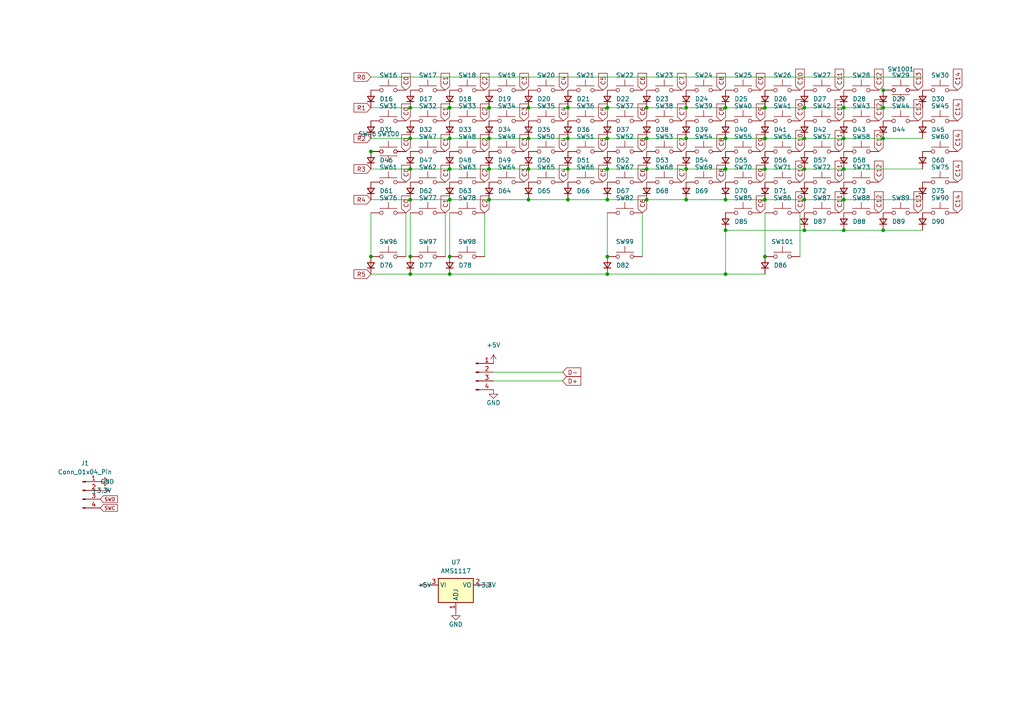
<source format=kicad_sch>
(kicad_sch (version 20241004) (generator "eeschema") (generator_version "8.99")
  (paper "A4")
  (lib_symbols
    (symbol "Connector:Conn_01x04_Pin" (pin_names (offset 1.016) (hide yes))
      (property "Reference" "J" (at 0 5.08 0))
      (property "Value" "Conn_01x04_Pin" (at 0 -7.62 0))
      (symbol "Conn_01x04_Pin_1_1"
        (pin passive line (at 5.08 2.54 180) (length 3.81) (name "Pin_1") (number "1"))
        (pin passive line (at 5.08 0 180) (length 3.81) (name "Pin_2") (number "2"))
        (pin passive line (at 5.08 -2.54 180) (length 3.81) (name "Pin_3") (number "3"))
        (pin passive line (at 5.08 -5.08 180) (length 3.81) (name "Pin_4") (number "4"))
      )
    )
    (symbol "Device:C_Small" (pin_numbers (hide yes)) (pin_names (offset 0.254) (hide yes))
      (property "Reference" "C" (at 0.254 1.778 0))
      (property "Value" "C_Small" (at 0.254 -2.032 0))
      (symbol "C_Small_1_1"
        (pin passive line (at 0 2.54 270) (length 2.032) (name "~") (number "1"))
        (pin passive line (at 0 -2.54 90) (length 2.032) (name "~") (number "2"))
      )
    )
    (symbol "Device:D_Small" (pin_numbers (hide yes)) (pin_names (offset 0.254) (hide yes))
      (property "Reference" "D" (at -1.27 2.032 0))
      (property "Value" "D_Small" (at -3.81 -2.032 0))
      (symbol "D_Small_1_1"
        (pin passive line (at -2.54 0 0) (length 1.778) (name "K") (number "1"))
        (pin passive line (at 2.54 0 180) (length 1.778) (name "A") (number "2"))
      )
    )
    (symbol "Device:R_Small" (pin_numbers (hide yes)) (pin_names (offset 0.254) (hide yes))
      (property "Reference" "R" (at 0.762 0.508 0))
      (property "Value" "R_Small" (at 0.762 -1.016 0))
      (symbol "R_Small_1_1"
        (pin passive line (at 0 2.54 270) (length 0.762) (name "~") (number "1"))
        (pin passive line (at 0 -2.54 90) (length 0.762) (name "~") (number "2"))
      )
    )
    (symbol "LED:WS2812B-2020" (pin_names (offset 0.254))
      (property "Reference" "D" (at 5.08 5.715 0))
      (property "Value" "WS2812B-2020" (at 1.27 -5.715 0))
      (symbol "WS2812B-2020_0_0"
        (text "RGB" (at 2.286 -4.191 0) (effects (font (size 0.762 0.762))))
      )
      (symbol "WS2812B-2020_1_1"
        (pin input line (at -7.62 0 0) (length 2.54) (name "DIN") (number "3"))
        (pin power_in line (at 0 7.62 270) (length 2.54) (name "VDD") (number "4"))
        (pin power_in line (at 0 -7.62 90) (length 2.54) (name "VSS") (number "2"))
        (pin output line (at 7.62 0 180) (length 2.54) (name "DOUT") (number "1"))
      )
    )
    (symbol "Regulator_Linear:AMS1117"
      (property "Reference" "U" (at -3.81 3.175 0))
      (property "Value" "AMS1117" (at 0 3.175 0))
      (symbol "AMS1117_1_1"
        (pin power_in line (at -7.62 0 0) (length 2.54) (name "VI") (number "3"))
        (pin input line (at 0 -7.62 90) (length 2.54) (name "ADJ") (number "1"))
        (pin power_out line (at 7.62 0 180) (length 2.54) (name "VO") (number "2"))
      )
    )
    (symbol "Switch:SW_Push" (pin_numbers (hide yes)) (pin_names (offset 1.016) (hide yes))
      (property "Reference" "SW" (at 1.27 2.54 0))
      (property "Value" "SW_Push" (at 0 -1.524 0))
      (symbol "SW_Push_0_1"
        (pin passive line (at -5.08 0 0) (length 2.54) (name "1") (number "1"))
        (pin passive line (at 5.08 0 180) (length 2.54) (name "2") (number "2"))
      )
    )
    (symbol "power:+3.3V" (power) (pin_numbers (hide yes)) (pin_names (offset 0) (hide yes))
      (property "Value" "+3.3V" (at 0 3.556 0))
      (symbol "+3.3V_1_1"
        (pin power_in line (at 0 0 90) (length 0) (name "~") (number "1"))
      )
    )
    (symbol "power:+5V" (power) (pin_numbers (hide yes)) (pin_names (offset 0) (hide yes))
      (property "Value" "+5V" (at 0 3.556 0))
      (symbol "+5V_1_1"
        (pin power_in line (at 0 0 90) (length 0) (name "~") (number "1"))
      )
    )
    (symbol "power:GND" (power) (pin_numbers (hide yes)) (pin_names (offset 0) (hide yes))
      (property "Value" "GND" (at 0 -3.81 0))
      (symbol "GND_1_1"
        (pin power_in line (at 0 0 270) (length 0) (name "~") (number "1"))
      )
    )
    (symbol "stm32f072:STM32F072-LQFP48-acheronSymbols" (pin_names (offset 1.016))
      (property "Reference" "U1" (at -1.905 3.175 0))
      (property "Value" "STM32F072-LQFP48" (at -15.24 -1.27 0))
      (symbol "STM32F072-LQFP48-acheronSymbols_1_1"
        (pin power_in line (at -43.18 35.56 0) (length 2.54) (name "VBAT") (number "1"))
        (pin bidirectional line (at -43.18 29.21 0) (length 2.54) (name "PC13") (number "2"))
        (pin bidirectional line (at -43.18 22.86 0) (length 2.54) (name "PC14/OSC32_IN") (number "3"))
        (pin bidirectional line (at -43.18 16.51 0) (length 2.54) (name "PC15/OSC32_OUT") (number "4"))
        (pin bidirectional line (at -43.18 10.16 0) (length 2.54) (name "PF0/OSC_IN") (number "5"))
        (pin bidirectional line (at -43.18 3.81 0) (length 2.54) (name "PF1/OSC_OUT") (number "6"))
        (pin input line (at -43.18 -2.54 0) (length 2.54) (name "NRST") (number "7"))
        (pin power_in line (at -43.18 -8.89 0) (length 2.54) (name "VSSA") (number "8"))
        (pin power_in line (at -43.18 -15.24 0) (length 2.54) (name "VDDA") (number "9"))
        (pin bidirectional line (at -43.18 -21.59 0) (length 2.54) (name "PA0/ADC_IN0") (number "10"))
        (pin bidirectional line (at -43.18 -27.94 0) (length 2.54) (name "PA1/ADC_IN1") (number "11"))
        (pin bidirectional line (at -43.18 -34.29 0) (length 2.54) (name "PA2/ADC_IN2") (number "12"))
        (pin input line (at -34.29 44.45 270) (length 2.54) (name "VDD") (number "48"))
        (pin bidirectional line (at -34.29 -43.18 90) (length 2.54) (name "PA3/TIM15_CH2/ADC_IN3") (number "13"))
        (pin input line (at -27.94 44.45 270) (length 2.54) (name "VSS") (number "47"))
        (pin bidirectional line (at -27.94 -43.18 90) (length 2.54) (name "PA4/TIM14_CH1/ADC_IN4") (number "14"))
        (pin input line (at -21.59 44.45 270) (length 2.54) (name "SPI2_NSS/I2S2_WS/I2C1_SDA/TIM17_CH1/PB9") (number "46"))
        (pin bidirectional line (at -21.59 -43.18 90) (length 2.54) (name "PA5/ADC_IN5/DAC_OUT2") (number "15"))
        (pin bidirectional line (at -15.24 44.45 270) (length 2.54) (name "I2C1_SCL/TIM16_CH1/PB8") (number "45"))
        (pin bidirectional line (at -15.24 -43.18 90) (length 2.54) (name "PA6/ADC_IN6/TIM3_CH1/TIM16_CH1") (number "16"))
        (pin output line (at -8.89 44.45 270) (length 2.54) (name "BOOT0") (number "44"))
        (pin bidirectional line (at -8.89 -43.18 90) (length 2.54) (name "PA7/TIM3_CH2/TIM14_CH1/ADC_IN7") (number "17"))
        (pin bidirectional line (at -2.54 44.45 270) (length 2.54) (name "2C1_SDA/PB7") (number "43"))
        (pin bidirectional line (at -2.54 -43.18 90) (length 2.54) (name "PB0/TIM3_CH3/ADC_IN8") (number "18"))
        (pin bidirectional line (at 3.81 44.45 270) (length 2.54) (name "I2C1_SCL/PB6") (number "42"))
        (pin bidirectional line (at 3.81 -43.18 90) (length 2.54) (name "PB1/TIM3_CH4/TIM14_CH1/ADC_IN9") (number "19"))
        (pin bidirectional line (at 10.16 44.45 270) (length 2.54) (name "SPI1_MOSI/I2S1_SD/TIM3_CH2/PB5") (number "41"))
        (pin bidirectional line (at 10.16 -43.18 90) (length 2.54) (name "PB2") (number "20"))
        (pin bidirectional line (at 16.51 44.45 270) (length 2.54) (name "SPI1_MISO/I2S1_MCK/TIM3_CH1/PB4") (number "40"))
        (pin bidirectional line (at 16.51 -43.18 90) (length 2.54) (name "PB10/SPI2_SCK/I2C2_SCL/TIM2_CH3") (number "21"))
        (pin bidirectional line (at 22.86 44.45 270) (length 2.54) (name "SPI1_SCK/I2S1_CK/TIM2_CH2/PB3") (number "39"))
        (pin bidirectional line (at 22.86 -43.18 90) (length 2.54) (name "PB11/TIM2_CH4/I2C2_SDA") (number "22"))
        (pin bidirectional line (at 29.21 44.45 270) (length 2.54) (name "PA2") (number "38"))
        (pin power_in line (at 29.21 -43.18 90) (length 2.54) (name "VSS") (number "23"))
        (pin bidirectional line (at 35.56 44.45 270) (length 2.54) (name "SWCLK/PA14") (number "37"))
        (pin power_in line (at 35.56 -43.18 90) (length 2.54) (name "VDD") (number "24"))
        (pin power_in line (at 44.45 34.29 180) (length 2.54) (name "VDDIO2") (number "36"))
        (pin power_in line (at 44.45 27.94 180) (length 2.54) (name "VSS") (number "35"))
        (pin bidirectional line (at 44.45 21.59 180) (length 2.54) (name "SWDIO/PA13") (number "34"))
        (pin bidirectional line (at 44.45 15.24 180) (length 2.54) (name "USB_DP/PA12") (number "33"))
        (pin bidirectional line (at 44.45 8.89 180) (length 2.54) (name "USB_DM/TIM1_CH4/PA11") (number "32"))
        (pin bidirectional line (at 44.45 2.54 180) (length 2.54) (name "TIM1_CH3/PA10") (number "31"))
        (pin bidirectional line (at 44.45 -3.81 180) (length 2.54) (name "TIM1_CH2/PA9") (number "30"))
        (pin bidirectional line (at 44.45 -10.16 180) (length 2.54) (name "TIM1_CH1/PA8") (number "29"))
        (pin bidirectional line (at 44.45 -16.51 180) (length 2.54) (name "SPI2_MOSI/I2S2_SD/PB15") (number "28"))
        (pin bidirectional line (at 44.45 -22.86 180) (length 2.54) (name "PB14/SPI2_MISO/I2S2_MCK/I2C2_SDA/TIM15_CH1/PB15") (number "27"))
        (pin bidirectional line (at 44.45 -29.21 180) (length 2.54) (name "SPI2_SCK/I2S2_CK/I2C2_SCL/PB13") (number "26"))
        (pin bidirectional line (at 44.45 -35.56 180) (length 2.54) (name "PB12") (number "25"))
      )
    )
  )
  (junction (at 176.149 49.022))
  (junction (at 256.159 31.242))
  (junction (at -22.098 60.96))
  (junction (at -94.234 -37.338))
  (junction (at 164.719 49.022))
  (junction (at -223.901 212.852))
  (junction (at 141.859 57.912))
  (junction (at 233.299 40.132))
  (junction (at -12.7 -18.542))
  (junction (at 118.999 40.132))
  (junction (at 187.579 31.242))
  (junction (at 256.159 40.132))
  (junction (at -110.998 19.304))
  (junction (at -208.661 197.612))
  (junction (at 221.869 31.242))
  (junction (at -12.7 -23.622))
  (junction (at 187.579 57.912))
  (junction (at -223.901 197.612))
  (junction (at 130.429 57.912))
  (junction (at 107.569 43.942))
  (junction (at -178.181 197.612))
  (junction (at -115.316 -46.228))
  (junction (at 256.159 26.162))
  (junction (at -147.701 212.852))
  (junction (at 130.429 49.022))
  (junction (at 210.439 40.132))
  (junction (at 164.719 31.242))
  (junction (at 176.149 74.422))
  (junction (at -162.941 197.612))
  (junction (at -103.886 -25.654))
  (junction (at 118.999 57.912))
  (junction (at 233.299 66.802))
  (junction (at 233.299 57.912))
  (junction (at 176.149 57.912))
  (junction (at 233.299 31.242))
  (junction (at 210.439 66.802))
  (junction (at 221.869 57.912))
  (junction (at -89.154 -37.338))
  (junction (at 244.729 49.022))
  (junction (at 199.009 57.912))
  (junction (at -193.421 212.852))
  (junction (at 187.579 49.022))
  (junction (at -9.144 -23.622))
  (junction (at 153.289 49.022))
  (junction (at -94.234 -41.656))
  (junction (at -27.178 56.642))
  (junction (at 244.729 66.802))
  (junction (at -89.154 -41.656))
  (junction (at 107.569 74.422))
  (junction (at -147.701 197.612))
  (junction (at 210.439 31.242))
  (junction (at -9.144 -18.542))
  (junction (at 210.439 49.022))
  (junction (at 118.999 31.242))
  (junction (at 130.429 79.502))
  (junction (at 187.579 40.132))
  (junction (at 244.729 40.132))
  (junction (at -162.941 212.852))
  (junction (at 164.719 40.132))
  (junction (at 221.869 74.422))
  (junction (at 176.149 79.502))
  (junction (at -27.178 60.96))
  (junction (at 210.439 57.912))
  (junction (at 118.999 79.502))
  (junction (at 210.439 79.502))
  (junction (at 118.999 74.422))
  (junction (at 130.429 74.422))
  (junction (at 233.299 49.022))
  (junction (at 176.149 31.242))
  (junction (at 130.429 40.132))
  (junction (at 256.159 66.802))
  (junction (at -193.421 197.612))
  (junction (at 141.859 31.242))
  (junction (at 199.009 31.242))
  (junction (at 153.289 31.242))
  (junction (at 141.859 40.132))
  (junction (at -112.522 -46.228))
  (junction (at 153.289 57.912))
  (junction (at 244.729 57.912))
  (junction (at 164.719 57.912))
  (junction (at 199.009 40.132))
  (junction (at 118.999 49.022))
  (junction (at 221.869 40.132))
  (junction (at -106.68 19.304))
  (junction (at 130.429 31.242))
  (junction (at -22.098 56.642))
  (junction (at -110.998 24.384))
  (junction (at -106.68 24.384))
  (junction (at 176.149 40.132))
  (junction (at 199.009 49.022))
  (junction (at -208.661 212.852))
  (junction (at 141.859 49.022))
  (junction (at 221.869 49.022))
  (junction (at 153.289 40.132))
  (junction (at -178.181 212.852))
  (junction (at 244.729 31.242))
  (no_connect (at -100.33 0))
  (no_connect (at -100.33 6.35))
  (wire (pts (xy 163.195 110.49) (xy 143.129 110.49)))
  (wire (pts (xy 130.429 31.242) (xy 141.859 31.242)))
  (wire (pts (xy -15.748 -5.334) (xy -16.256 -5.334)))
  (wire (pts (xy -9.144 -18.542) (xy -12.7 -18.542)))
  (wire (pts (xy -100.33 19.304) (xy -100.33 19.05)))
  (wire (pts (xy -125.476 -46.228) (xy -125.476 -50.038)))
  (wire (pts (xy 118.999 57.912) (xy 130.429 57.912)))
  (wire (pts (xy 187.579 49.022) (xy 199.009 49.022)))
  (wire (pts (xy 176.149 40.132) (xy 187.579 40.132)))
  (wire (pts (xy 130.429 74.422) (xy 130.429 61.722)))
  (wire (pts (xy -12.7 -23.622) (xy -9.144 -23.622)))
  (wire (pts (xy 107.569 22.352) (xy 267.589 22.352)))
  (wire (pts (xy 210.439 57.912) (xy 221.869 57.912)))
  (wire (pts (xy 187.579 57.912) (xy 199.009 57.912)))
  (wire (pts (xy 210.439 49.022) (xy 221.869 49.022)))
  (wire (pts (xy -162.941 212.852) (xy -147.701 212.852)))
  (wire (pts (xy -106.68 24.384) (xy -110.998 24.384)))
  (wire (pts (xy -27.178 53.34) (xy -27.94 53.34)))
  (wire (pts (xy 164.719 31.242) (xy 176.149 31.242)))
  (wire (pts (xy -12.7 -18.542) (xy -13.462 -18.542)))
  (wire (pts (xy -223.901 212.852) (xy -208.661 212.852)))
  (wire (pts (xy -20.828 54.102) (xy -22.098 54.102)))
  (wire (pts (xy 256.159 31.242) (xy 267.589 31.242)))
  (wire (pts (xy -12.7 -11.43) (xy -7.62 -11.43)))
  (wire (pts (xy 164.719 49.022) (xy 176.149 49.022)))
  (wire (pts (xy 244.729 57.912) (xy 267.589 57.912)))
  (wire (pts (xy 117.729 74.422) (xy 117.729 61.722)))
  (wire (pts (xy 210.439 31.242) (xy 221.869 31.242)))
  (wire (pts (xy 118.999 74.422) (xy 118.999 61.722)))
  (wire (pts (xy 107.569 49.022) (xy 118.999 49.022)))
  (wire (pts (xy 107.569 31.242) (xy 118.999 31.242)))
  (wire (pts (xy -162.941 197.612) (xy -147.701 197.612)))
  (wire (pts (xy 153.289 57.912) (xy 164.719 57.912)))
  (wire (pts (xy -22.098 54.102) (xy -22.098 56.642)))
  (wire (pts (xy -147.701 197.612) (xy -132.461 197.612)))
  (wire (pts (xy 176.149 79.502) (xy 210.439 79.502)))
  (wire (pts (xy 199.009 57.912) (xy 210.439 57.912)))
  (wire (pts (xy 153.289 40.132) (xy 164.719 40.132)))
  (wire (pts (xy 233.299 49.022) (xy 244.729 49.022)))
  (wire (pts (xy -208.661 197.612) (xy -193.421 197.612)))
  (wire (pts (xy 141.859 49.022) (xy 153.289 49.022)))
  (wire (pts (xy 233.299 31.242) (xy 244.729 31.242)))
  (wire (pts (xy -101.473 -25.654) (xy -103.886 -25.654)))
  (wire (pts (xy 153.289 49.022) (xy 164.719 49.022)))
  (wire (pts (xy -15.748 -5.08) (xy -15.748 -5.334)))
  (wire (pts (xy 130.429 79.502) (xy 176.149 79.502)))
  (wire (pts (xy 130.429 40.132) (xy 141.859 40.132)))
  (wire (pts (xy -112.522 -51.562) (xy -115.316 -51.562)))
  (wire (pts (xy 153.289 31.242) (xy 164.719 31.242)))
  (wire (pts (xy 118.999 49.022) (xy 130.429 49.022)))
  (wire (pts (xy 244.729 66.802) (xy 256.159 66.802)))
  (wire (pts (xy -115.316 -46.228) (xy -112.522 -46.228)))
  (wire (pts (xy 210.439 40.132) (xy 221.869 40.132)))
  (wire (pts (xy -98.933 12.446) (xy -103.886 12.446)))
  (wire (pts (xy -239.141 197.612) (xy -223.901 197.612)))
  (wire (pts (xy 199.009 40.132) (xy 210.439 40.132)))
  (wire (pts (xy -193.421 212.852) (xy -178.181 212.852)))
  (wire (pts (xy -239.141 212.852) (xy -223.901 212.852)))
  (wire (pts (xy -101.473 -25.4) (xy -101.473 -25.654)))
  (wire (pts (xy 107.569 79.502) (xy 118.999 79.502)))
  (wire (pts (xy 143.129 107.95) (xy 163.195 107.95)))
  (wire (pts (xy -178.181 212.852) (xy -162.941 212.852)))
  (wire (pts (xy 210.439 79.502) (xy 210.439 66.802)))
  (wire (pts (xy -117.856 -46.228) (xy -115.316 -46.228)))
  (wire (pts (xy -15.113 1.016) (xy -16.256 1.016)))
  (wire (pts (xy 141.859 31.242) (xy 153.289 31.242)))
  (wire (pts (xy -12.7 -18.542) (xy -12.7 -17.78)))
  (wire (pts (xy -100.33 25.4) (xy -100.33 24.384)))
  (wire (pts (xy 164.719 40.132) (xy 176.149 40.132)))
  (wire (pts (xy -12.7 1.27) (xy -15.113 1.27)))
  (wire (pts (xy 118.999 79.502) (xy 130.429 79.502)))
  (wire (pts (xy 221.869 31.242) (xy 233.299 31.242)))
  (wire (pts (xy 244.729 49.022) (xy 267.589 49.022)))
  (wire (pts (xy -15.113 1.27) (xy -15.113 1.016)))
  (wire (pts (xy 232.029 74.422) (xy 232.029 61.722)))
  (wire (pts (xy -91.44 -34.29) (xy -94.234 -34.29)))
  (wire (pts (xy 210.439 66.802) (xy 233.299 66.802)))
  (wire (pts (xy -20.828 53.34) (xy -21.59 53.34)))
  (wire (pts (xy -20.828 54.102) (xy -20.828 53.34)))
  (wire (pts (xy -89.154 -37.338) (xy -89.154 -34.29)))
  (wire (pts (xy 256.159 66.802) (xy 267.589 66.802)))
  (wire (pts (xy -12.7 -5.08) (xy -15.748 -5.08)))
  (wire (pts (xy -193.421 197.612) (xy -178.181 197.612)))
  (wire (pts (xy -100.33 12.7) (xy -98.933 12.7)))
  (wire (pts (xy 176.149 31.242) (xy 187.579 31.242)))
  (wire (pts (xy -106.68 19.304) (xy -100.33 19.304)))
  (wire (pts (xy 176.149 57.912) (xy 187.579 57.912)))
  (wire (pts (xy 118.999 31.242) (xy 130.429 31.242)))
  (wire (pts (xy -98.933 12.7) (xy -98.933 12.446)))
  (wire (pts (xy -100.33 24.384) (xy -106.68 24.384)))
  (wire (pts (xy -27.178 53.34) (xy -27.178 56.642)))
  (wire (pts (xy 221.869 49.022) (xy 233.299 49.022)))
  (wire (pts (xy -223.901 197.612) (xy -208.661 197.612)))
  (wire (pts (xy 130.429 57.912) (xy 141.859 57.912)))
  (wire (pts (xy 244.729 31.242) (xy 256.159 31.242)))
  (wire (pts (xy -22.098 56.642) (xy -22.098 60.96)))
  (wire (pts (xy 164.719 57.912) (xy 176.149 57.912)))
  (wire (pts (xy -94.234 -37.338) (xy -94.234 -41.656)))
  (wire (pts (xy 233.299 40.132) (xy 244.729 40.132)))
  (wire (pts (xy -94.234 -34.29) (xy -94.234 -37.338)))
  (wire (pts (xy 130.429 49.022) (xy 141.859 49.022)))
  (wire (pts (xy -115.316 -50.038) (xy -115.316 -46.228)))
  (wire (pts (xy -89.154 -41.656) (xy -89.154 -37.338)))
  (wire (pts (xy 221.869 57.912) (xy 233.299 57.912)))
  (wire (pts (xy 140.589 74.422) (xy 140.589 61.722)))
  (wire (pts (xy 233.299 66.802) (xy 244.729 66.802)))
  (wire (pts (xy 186.309 74.422) (xy 186.309 61.722)))
  (wire (pts (xy 199.009 49.022) (xy 210.439 49.022)))
  (wire (pts (xy -147.701 212.852) (xy -132.461 212.852)))
  (wire (pts (xy 141.859 57.912) (xy 153.289 57.912)))
  (wire (pts (xy -12.7 -24.13) (xy -12.7 -23.622)))
  (wire (pts (xy -100.33 -25.4) (xy -101.473 -25.4)))
  (wire (pts (xy -89.154 -34.29) (xy -85.09 -34.29)))
  (wire (pts (xy 187.579 40.132) (xy 199.009 40.132)))
  (wire (pts (xy 107.569 40.132) (xy 118.999 40.132)))
  (wire (pts (xy -110.998 19.304) (xy -106.68 19.304)))
  (wire (pts (xy -12.7 -23.622) (xy -13.462 -23.622)))
  (wire (pts (xy 141.859 40.132) (xy 153.289 40.132)))
  (wire (pts (xy 176.149 74.422) (xy 176.149 61.722)))
  (wire (pts (xy 107.569 74.422) (xy 107.569 61.722)))
  (wire (pts (xy -21.59 -38.1) (xy -21.59 -34.29)))
  (wire (pts (xy 256.159 40.132) (xy 267.589 40.132)))
  (wire (pts (xy 221.869 40.132) (xy 233.299 40.132)))
  (wire (pts (xy -178.181 197.612) (xy -162.941 197.612)))
  (wire (pts (xy 210.439 79.502) (xy 221.869 79.502)))
  (wire (pts (xy 118.999 40.132) (xy 130.429 40.132)))
  (wire (pts (xy -122.936 -46.228) (xy -125.476 -46.228)))
  (wire (pts (xy 107.569 57.912) (xy 118.999 57.912)))
  (wire (pts (xy 199.009 31.242) (xy 210.439 31.242)))
  (wire (pts (xy 129.159 74.422) (xy 129.159 61.722)))
  (wire (pts (xy -112.522 -46.228) (xy -112.522 -46.482)))
  (wire (pts (xy 187.579 31.242) (xy 199.009 31.242)))
  (wire (pts (xy 221.869 74.422) (xy 221.869 61.722)))
  (wire (pts (xy 176.149 49.022) (xy 187.579 49.022)))
  (wire (pts (xy 244.729 40.132) (xy 256.159 40.132)))
  (wire (pts (xy -27.178 60.96) (xy -27.178 56.642)))
  (wire (pts (xy -208.661 212.852) (xy -193.421 212.852)))
  (wire (pts (xy 233.299 57.912) (xy 244.729 57.912)))
  (global_label "C4" (shape input) (at 163.449 43.942 90) (property "Intersheetrefs" "${INTERSHEET_REFS}" (effects (hide yes))))
  (global_label "C0" (shape input) (at 117.729 26.162 90) (property "Intersheetrefs" "${INTERSHEET_REFS}" (effects (hide yes))))
  (global_label "C3" (shape input) (at -12.7 26.67 0) (property "Intersheetrefs" "${INTERSHEET_REFS}" (effects (hide yes))))
  (global_label "C9" (shape input) (at 220.599 52.832 90) (property "Intersheetrefs" "${INTERSHEET_REFS}" (effects (hide yes))))
  (global_label "C12" (shape input) (at 254.889 26.162 90) (property "Intersheetrefs" "${INTERSHEET_REFS}" (effects (hide yes))))
  (global_label "R4" (shape input) (at 107.569 57.912 180) (property "Intersheetrefs" "${INTERSHEET_REFS}" (effects (hide yes))))
  (global_label "C10" (shape input) (at 232.029 52.832 90) (property "Intersheetrefs" "${INTERSHEET_REFS}" (effects (hide yes))))
  (global_label "C12" (shape input) (at -34.29 -34.29 90) (property "Intersheetrefs" "${INTERSHEET_REFS}" (effects (hide yes))))
  (global_label "C2" (shape input) (at 140.589 26.162 90) (property "Intersheetrefs" "${INTERSHEET_REFS}" (effects (hide yes))))
  (global_label "C7" (shape input) (at 197.739 35.052 90) (property "Intersheetrefs" "${INTERSHEET_REFS}" (effects (hide yes))))
  (global_label "C13" (shape input) (at -27.94 -34.29 90) (property "Intersheetrefs" "${INTERSHEET_REFS}" (effects (hide yes))))
  (global_label "R5" (shape input) (at -100.33 -6.35 180) (property "Intersheetrefs" "${INTERSHEET_REFS}" (effects (hide yes))))
  (global_label "C8" (shape input) (at -59.69 -34.29 90) (property "Intersheetrefs" "${INTERSHEET_REFS}" (effects (hide yes))))
  (global_label "C12" (shape input) (at 254.889 35.052 90) (property "Intersheetrefs" "${INTERSHEET_REFS}" (effects (hide yes))))
  (global_label "C2" (shape input) (at 140.589 43.942 90) (property "Intersheetrefs" "${INTERSHEET_REFS}" (effects (hide yes))))
  (global_label "C3" (shape input) (at 152.019 35.052 90) (property "Intersheetrefs" "${INTERSHEET_REFS}" (effects (hide yes))))
  (global_label "C13" (shape input) (at 266.319 61.722 90) (property "Intersheetrefs" "${INTERSHEET_REFS}" (effects (hide yes))))
  (global_label "C3" (shape input) (at 152.019 52.832 90) (property "Intersheetrefs" "${INTERSHEET_REFS}" (effects (hide yes))))
  (global_label "R2" (shape input) (at -12.7 13.97 0) (property "Intersheetrefs" "${INTERSHEET_REFS}" (effects (hide yes))))
  (global_label "C14" (shape input) (at 277.749 26.162 90) (property "Intersheetrefs" "${INTERSHEET_REFS}" (effects (hide yes))))
  (global_label "C12" (shape input) (at 254.889 61.722 90) (property "Intersheetrefs" "${INTERSHEET_REFS}" (effects (hide yes))))
  (global_label "D-" (shape input) (at -16.256 1.016 0) (property "Intersheetrefs" "${INTERSHEET_REFS}" (effects (hide yes))))
  (global_label "C5" (shape input) (at 174.879 26.162 90) (property "Intersheetrefs" "${INTERSHEET_REFS}" (effects (hide yes))))
  (global_label "C1" (shape input) (at 129.159 26.162 90) (property "Intersheetrefs" "${INTERSHEET_REFS}" (effects (hide yes))))
  (global_label "C1" (shape input) (at 129.159 61.722 90) (property "Intersheetrefs" "${INTERSHEET_REFS}" (effects (hide yes))))
  (global_label "C12" (shape input) (at 254.889 52.832 90) (property "Intersheetrefs" "${INTERSHEET_REFS}" (effects (hide yes))))
  (global_label "C2" (shape input) (at 140.589 52.832 90) (property "Intersheetrefs" "${INTERSHEET_REFS}" (effects (hide yes))))
  (global_label "C6" (shape input) (at 186.309 43.942 90) (property "Intersheetrefs" "${INTERSHEET_REFS}" (effects (hide yes))))
  (global_label "C0" (shape input) (at 117.729 52.832 90) (property "Intersheetrefs" "${INTERSHEET_REFS}" (effects (hide yes))))
  (global_label "boot" (shape input) (at -66.04 -34.29 90) (property "Intersheetrefs" "${INTERSHEET_REFS}" (effects (hide yes))))
  (global_label "C2" (shape input) (at 140.589 61.722 90) (property "Intersheetrefs" "${INTERSHEET_REFS}" (effects (hide yes))))
  (global_label "C6" (shape input) (at -72.39 -34.29 90) (property "Intersheetrefs" "${INTERSHEET_REFS}" (effects (hide yes))))
  (global_label "C11" (shape input) (at 243.459 52.832 90) (property "Intersheetrefs" "${INTERSHEET_REFS}" (effects (hide yes))))
  (global_label "RST" (shape input) (at -103.886 12.446 180) (property "Intersheetrefs" "${INTERSHEET_REFS}" (effects (hide yes))))
  (global_label "C10" (shape input) (at 232.029 35.052 90) (property "Intersheetrefs" "${INTERSHEET_REFS}" (effects (hide yes))))
  (global_label "C0" (shape input) (at 117.729 43.942 90) (property "Intersheetrefs" "${INTERSHEET_REFS}" (effects (hide yes))))
  (global_label "R3" (shape input) (at -12.7 7.62 0) (property "Intersheetrefs" "${INTERSHEET_REFS}" (effects (hide yes))))
  (global_label "C14" (shape input) (at 277.749 52.832 90) (property "Intersheetrefs" "${INTERSHEET_REFS}" (effects (hide yes))))
  (global_label "C1" (shape input) (at 129.159 52.832 90) (property "Intersheetrefs" "${INTERSHEET_REFS}" (effects (hide yes))))
  (global_label "R5" (shape input) (at 107.569 79.502 180) (property "Intersheetrefs" "${INTERSHEET_REFS}" (effects (hide yes))))
  (global_label "SWC" (shape input) (at 29.083 147.32 0) (effects (font (size 1 1))) (property "Intersheetrefs" "${INTERSHEET_REFS}" (effects (hide yes))))
  (global_label "C9" (shape input) (at 220.599 61.722 90) (property "Intersheetrefs" "${INTERSHEET_REFS}" (effects (hide yes))))
  (global_label "C7" (shape input) (at 197.739 43.942 90) (property "Intersheetrefs" "${INTERSHEET_REFS}" (effects (hide yes))))
  (global_label "RST" (shape input) (at -125.476 -50.038 180) (property "Intersheetrefs" "${INTERSHEET_REFS}" (effects (hide yes))))
  (global_label "C3" (shape input) (at 152.019 26.162 90) (property "Intersheetrefs" "${INTERSHEET_REFS}" (effects (hide yes))))
  (global_label "RGB" (shape input) (at -100.33 38.1 180) (property "Intersheetrefs" "${INTERSHEET_REFS}" (effects (hide yes))))
  (global_label "C13" (shape input) (at 266.319 26.162 90) (property "Intersheetrefs" "${INTERSHEET_REFS}" (effects (hide yes))))
  (global_label "C4" (shape input) (at -8.255 -11.43 90) (property "Intersheetrefs" "${INTERSHEET_REFS}" (effects (hide yes))))
  (global_label "R4" (shape input) (at -100.33 -12.7 180) (property "Intersheetrefs" "${INTERSHEET_REFS}" (effects (hide yes))))
  (global_label "C1" (shape input) (at -12.7 39.37 0) (property "Intersheetrefs" "${INTERSHEET_REFS}" (effects (hide yes))))
  (global_label "SWD" (shape input) (at -7.62 -11.43 0) (property "Intersheetrefs" "${INTERSHEET_REFS}" (effects (hide yes))))
  (global_label "C6" (shape input) (at 186.309 52.832 90) (property "Intersheetrefs" "${INTERSHEET_REFS}" (effects (hide yes))))
  (global_label "C10" (shape input) (at -46.99 -34.29 90) (property "Intersheetrefs" "${INTERSHEET_REFS}" (effects (hide yes))))
  (global_label "C5" (shape input) (at 174.879 43.942 90) (property "Intersheetrefs" "${INTERSHEET_REFS}" (effects (hide yes))))
  (global_label "SWC" (shape input) (at -21.59 -36.83 0) (effects (font (size 1 1))) (property "Intersheetrefs" "${INTERSHEET_REFS}" (effects (hide yes))))
  (global_label "C10" (shape input) (at 232.029 43.942 90) (property "Intersheetrefs" "${INTERSHEET_REFS}" (effects (hide yes))))
  (global_label "C5" (shape input) (at 174.879 35.052 90) (property "Intersheetrefs" "${INTERSHEET_REFS}" (effects (hide yes))))
  (global_label "C8" (shape input) (at 209.169 35.052 90) (property "Intersheetrefs" "${INTERSHEET_REFS}" (effects (hide yes))))
  (global_label "C9" (shape input) (at 220.599 26.162 90) (property "Intersheetrefs" "${INTERSHEET_REFS}" (effects (hide yes))))
  (global_label "C2" (shape input) (at -12.7 33.02 0) (property "Intersheetrefs" "${INTERSHEET_REFS}" (effects (hide yes))))
  (global_label "C8" (shape input) (at 209.169 43.942 90) (property "Intersheetrefs" "${INTERSHEET_REFS}" (effects (hide yes))))
  (global_label "C1" (shape input) (at 129.159 43.942 90) (property "Intersheetrefs" "${INTERSHEET_REFS}" (effects (hide yes))))
  (global_label "C0" (shape input) (at -12.7 45.72 0) (property "Intersheetrefs" "${INTERSHEET_REFS}" (effects (hide yes))))
  (global_label "C9" (shape input) (at -53.34 -34.29 90) (property "Intersheetrefs" "${INTERSHEET_REFS}" (effects (hide yes))))
  (global_label "C14" (shape input) (at 277.749 43.942 90) (property "Intersheetrefs" "${INTERSHEET_REFS}" (effects (hide yes))))
  (global_label "C4" (shape input) (at 163.449 35.052 90) (property "Intersheetrefs" "${INTERSHEET_REFS}" (effects (hide yes))))
  (global_label "C6" (shape input) (at 186.309 26.162 90) (property "Intersheetrefs" "${INTERSHEET_REFS}" (effects (hide yes))))
  (global_label "C9" (shape input) (at 220.599 35.052 90) (property "Intersheetrefs" "${INTERSHEET_REFS}" (effects (hide yes))))
  (global_label "C7" (shape input) (at 197.739 52.832 90) (property "Intersheetrefs" "${INTERSHEET_REFS}" (effects (hide yes))))
  (global_label "R1" (shape input) (at 107.569 31.242 180) (property "Intersheetrefs" "${INTERSHEET_REFS}" (effects (hide yes))))
  (global_label "C14" (shape input) (at 277.749 35.052 90) (property "Intersheetrefs" "${INTERSHEET_REFS}" (effects (hide yes))))
  (global_label "C13" (shape input) (at 266.319 35.052 90) (property "Intersheetrefs" "${INTERSHEET_REFS}" (effects (hide yes))))
  (global_label "C10" (shape input) (at 232.029 61.722 90) (property "Intersheetrefs" "${INTERSHEET_REFS}" (effects (hide yes))))
  (global_label "C4" (shape input) (at 163.449 26.162 90) (property "Intersheetrefs" "${INTERSHEET_REFS}" (effects (hide yes))))
  (global_label "D+" (shape input) (at -16.256 -5.334 0) (property "Intersheetrefs" "${INTERSHEET_REFS}" (effects (hide yes))))
  (global_label "C1" (shape input) (at 129.159 35.052 90) (property "Intersheetrefs" "${INTERSHEET_REFS}" (effects (hide yes))))
  (global_label "C7" (shape input) (at 197.739 26.162 90) (property "Intersheetrefs" "${INTERSHEET_REFS}" (effects (hide yes))))
  (global_label "SWD" (shape input) (at 29.083 144.78 0) (effects (font (size 1 1))) (property "Intersheetrefs" "${INTERSHEET_REFS}" (effects (hide yes))))
  (global_label "C6" (shape input) (at 186.309 61.722 90) (property "Intersheetrefs" "${INTERSHEET_REFS}" (effects (hide yes))))
  (global_label "C3" (shape input) (at 152.019 43.942 90) (property "Intersheetrefs" "${INTERSHEET_REFS}" (effects (hide yes))))
  (global_label "C8" (shape input) (at 209.169 52.832 90) (property "Intersheetrefs" "${INTERSHEET_REFS}" (effects (hide yes))))
  (global_label "C12" (shape input) (at 254.889 43.942 90) (property "Intersheetrefs" "${INTERSHEET_REFS}" (effects (hide yes))))
  (global_label "C4" (shape input) (at 163.449 52.832 90) (property "Intersheetrefs" "${INTERSHEET_REFS}" (effects (hide yes))))
  (global_label "C7" (shape input) (at -100.33 31.75 180) (effects (font (size 1 1))) (property "Intersheetrefs" "${INTERSHEET_REFS}" (effects (hide yes))))
  (global_label "R2" (shape input) (at 107.569 40.132 180) (property "Intersheetrefs" "${INTERSHEET_REFS}" (effects (hide yes))))
  (global_label "C2" (shape input) (at 140.589 35.052 90) (property "Intersheetrefs" "${INTERSHEET_REFS}" (effects (hide yes))))
  (global_label "D-" (shape input) (at 163.195 107.95 0) (property "Intersheetrefs" "${INTERSHEET_REFS}" (effects (hide yes))))
  (global_label "C0" (shape input) (at 117.729 61.722 90) (property "Intersheetrefs" "${INTERSHEET_REFS}" (effects (hide yes))))
  (global_label "boot" (shape input) (at -112.522 -51.562 90) (property "Intersheetrefs" "${INTERSHEET_REFS}" (effects (hide yes))))
  (global_label "C14" (shape input) (at -21.59 -38.1 90) (property "Intersheetrefs" "${INTERSHEET_REFS}" (effects (hide yes))))
  (global_label "C9" (shape input) (at 220.599 43.942 90) (property "Intersheetrefs" "${INTERSHEET_REFS}" (effects (hide yes))))
  (global_label "C11" (shape input) (at 243.459 35.052 90) (property "Intersheetrefs" "${INTERSHEET_REFS}" (effects (hide yes))))
  (global_label "C14" (shape input) (at 277.749 61.722 90) (property "Intersheetrefs" "${INTERSHEET_REFS}" (effects (hide yes))))
  (global_label "C8" (shape input) (at 209.169 26.162 90) (property "Intersheetrefs" "${INTERSHEET_REFS}" (effects (hide yes))))
  (global_label "R3" (shape input) (at 107.569 49.022 180) (property "Intersheetrefs" "${INTERSHEET_REFS}" (effects (hide yes))))
  (global_label "C5" (shape input) (at -78.74 -34.29 90) (property "Intersheetrefs" "${INTERSHEET_REFS}" (effects (hide yes))))
  (global_label "D+" (shape input) (at 163.195 110.49 0) (property "Intersheetrefs" "${INTERSHEET_REFS}" (effects (hide yes))))
  (global_label "R1" (shape input) (at -12.7 20.32 0) (property "Intersheetrefs" "${INTERSHEET_REFS}" (effects (hide yes))))
  (global_label "C6" (shape input) (at 186.309 35.052 90) (property "Intersheetrefs" "${INTERSHEET_REFS}" (effects (hide yes))))
  (global_label "RGB" (shape input) (at -246.761 205.232 180) (property "Intersheetrefs" "${INTERSHEET_REFS}" (effects (hide yes))))
  (global_label "C0" (shape input) (at 117.729 35.052 90) (property "Intersheetrefs" "${INTERSHEET_REFS}" (effects (hide yes))))
  (global_label "R0" (shape input) (at 107.569 22.352 180) (property "Intersheetrefs" "${INTERSHEET_REFS}" (effects (hide yes))))
  (global_label "C5" (shape input) (at 174.879 52.832 90) (property "Intersheetrefs" "${INTERSHEET_REFS}" (effects (hide yes))))
  (global_label "C11" (shape input) (at 243.459 26.162 90) (property "Intersheetrefs" "${INTERSHEET_REFS}" (effects (hide yes))))
  (global_label "C10" (shape input) (at 232.029 26.162 90) (property "Intersheetrefs" "${INTERSHEET_REFS}" (effects (hide yes))))
  (global_label "C11" (shape input) (at 243.459 61.722 90) (property "Intersheetrefs" "${INTERSHEET_REFS}" (effects (hide yes))))
  (global_label "C11" (shape input) (at -40.64 -34.29 90) (property "Intersheetrefs" "${INTERSHEET_REFS}" (effects (hide yes))))
  (global_label "C11" (shape input) (at 243.459 43.942 90) (property "Intersheetrefs" "${INTERSHEET_REFS}" (effects (hide yes))))
  (symbol (lib_id "Device:D_Small") (at 244.729 55.372 90) (unit 1)
    (property "Reference" "D73" (at 247.269 55.3719 90) (effects (justify right)))
    (property "Value" "D_Small" (effects (hide yes)))
    (property "Footprint" "Diode_SMD:D_MiniMELF" (effects (hide yes)))
    (property "Description" "Diode, small symbol" (effects (hide yes)))
    (property "Sim.Device" "D" (effects (hide yes)))
    (property "Sim.Pins" "1=K 2=A" (effects (hide yes)))
  )
  (symbol (lib_id "power:GND") (at 143.129 113.03 0) (unit 1)
    (property "Reference" "#PWR0172" (effects (hide yes)))
    (property "Value" "GND" (at 143.129 116.84 0))
    (property "Description" "Power symbol creates a global label with name \"GND\" , ground" (effects (hide yes)))
  )
  (symbol (lib_id "Switch:SW_Push") (at 215.519 52.832 0) (unit 1)
    (property "Reference" "SW70" (at 215.519 48.514 0))
    (property "Value" "SW_Push" (effects (hide yes)))
    (property "Footprint" "MX_cherry:MXOnly-1U_N" (effects (hide yes)))
    (property "Description" "Push button switch, generic, two pins" (effects (hide yes)))
  )
  (symbol (lib_id "Device:D_Small") (at 107.569 46.482 90) (unit 1)
    (property "Reference" "D46" (at 110.109 46.4819 90) (effects (justify right)))
    (property "Value" "D_Small" (effects (hide yes)))
    (property "Footprint" "Diode_SMD:D_MiniMELF" (effects (hide yes)))
    (property "Description" "Diode, small symbol" (effects (hide yes)))
    (property "Sim.Device" "D" (effects (hide yes)))
    (property "Sim.Pins" "1=K 2=A" (effects (hide yes)))
  )
  (symbol (lib_id "power:GND") (at 132.207 177.292 0) (unit 1)
    (property "Reference" "#PWR0164" (effects (hide yes)))
    (property "Value" "GND" (at 132.207 181.102 0))
    (property "Description" "Power symbol creates a global label with name \"GND\" , ground" (effects (hide yes)))
  )
  (symbol (lib_id "Switch:SW_Push") (at 204.089 35.052 0) (unit 1)
    (property "Reference" "SW39" (at 204.089 30.734 0))
    (property "Value" "SW_Push" (effects (hide yes)))
    (property "Footprint" "MX_cherry:MXOnly-1U_N" (effects (hide yes)))
    (property "Description" "Push button switch, generic, two pins" (effects (hide yes)))
  )
  (symbol (lib_id "power:GND") (at -27.178 60.96 0) (unit 1)
    (property "Reference" "#PWR024" (effects (hide yes)))
    (property "Value" "GND" (at -27.1779 65.024 90) (effects (justify right)))
    (property "Description" "Power symbol creates a global label with name \"GND\" , ground" (effects (hide yes)))
  )
  (symbol (lib_id "Connector:Conn_01x04_Pin") (at 24.003 142.24 0) (unit 1)
    (property "Reference" "J1" (at 24.638 134.366 0))
    (property "Value" "Conn_01x04_Pin" (at 24.638 136.906 0))
    (property "Footprint" "Connector_JST:JST_EH_B4B-EH-A_1x04_P2.50mm_Vertical" (effects (hide yes)))
    (property "Description" "Generic connector, single row, 01x04, script generated" (effects (hide yes)))
  )
  (symbol (lib_id "Switch:SW_Push") (at 226.949 26.162 0) (unit 1)
    (property "Reference" "SW26" (at 226.949 21.844 0))
    (property "Value" "SW_Push" (effects (hide yes)))
    (property "Footprint" "MX_cherry:MXOnly-1U_N" (effects (hide yes)))
    (property "Description" "Push button switch, generic, two pins" (effects (hide yes)))
  )
  (symbol (lib_id "Device:D_Small") (at 199.009 37.592 90) (unit 1)
    (property "Reference" "D39" (at 201.549 37.5919 90) (effects (justify right)))
    (property "Value" "D_Small" (effects (hide yes)))
    (property "Footprint" "Diode_SMD:D_MiniMELF" (effects (hide yes)))
    (property "Description" "Diode, small symbol" (effects (hide yes)))
    (property "Sim.Device" "D" (effects (hide yes)))
    (property "Sim.Pins" "1=K 2=A" (effects (hide yes)))
  )
  (symbol (lib_id "Switch:SW_Push") (at 181.229 52.832 0) (unit 1)
    (property "Reference" "SW67" (at 181.229 48.514 0))
    (property "Value" "SW_Push" (effects (hide yes)))
    (property "Footprint" "MX_cherry:MXOnly-1U_N" (effects (hide yes)))
    (property "Description" "Push button switch, generic, two pins" (effects (hide yes)))
  )
  (symbol (lib_id "Switch:SW_Push") (at 238.379 35.052 0) (unit 1)
    (property "Reference" "SW42" (at 238.379 30.734 0))
    (property "Value" "SW_Push" (effects (hide yes)))
    (property "Footprint" "MX_cherry:MXOnly-1U_N" (effects (hide yes)))
    (property "Description" "Push button switch, generic, two pins" (effects (hide yes)))
  )
  (symbol (lib_id "Switch:SW_Push") (at 181.229 61.722 0) (unit 1)
    (property "Reference" "SW82" (at 181.229 57.404 0))
    (property "Value" "SW_Push" (effects (hide yes)))
    (property "Footprint" "MX_cherry:MXOnly-6.25U-FLIPPED-ReversedStabilizers_N" (effects (hide yes)))
    (property "Description" "Push button switch, generic, two pins" (effects (hide yes)))
  )
  (symbol (lib_id "Switch:SW_Push") (at 181.229 35.052 0) (unit 1)
    (property "Reference" "SW37" (at 181.229 30.734 0))
    (property "Value" "SW_Push" (effects (hide yes)))
    (property "Footprint" "MX_cherry:MXOnly-1U_N" (effects (hide yes)))
    (property "Description" "Push button switch, generic, two pins" (effects (hide yes)))
  )
  (symbol (lib_id "Device:R_Small") (at -112.522 -49.022 0) (unit 1)
    (property "Reference" "R1" (effects (hide yes)))
    (property "Value" "R_Small" (effects (hide yes)))
    (property "Footprint" "Resistor_SMD:R_0805_2012Metric" (effects (hide yes)))
    (property "Description" "Resistor, small symbol" (effects (hide yes)))
  )
  (symbol (lib_id "Switch:SW_Push") (at 226.949 74.422 0) (unit 1)
    (property "Reference" "SW101" (at 226.949 70.104 0))
    (property "Value" "SW_Push" (effects (hide yes)))
    (property "Footprint" "MX_cherry:MXOnly-1.5U_N" (effects (hide yes)))
    (property "Description" "Push button switch, generic, two pins" (effects (hide yes)))
  )
  (symbol (lib_id "Device:D_Small") (at 244.729 37.592 90) (unit 1)
    (property "Reference" "D43" (at 247.269 37.5919 90) (effects (justify right)))
    (property "Value" "D_Small" (effects (hide yes)))
    (property "Footprint" "Diode_SMD:D_MiniMELF" (effects (hide yes)))
    (property "Description" "Diode, small symbol" (effects (hide yes)))
    (property "Sim.Device" "D" (effects (hide yes)))
    (property "Sim.Pins" "1=K 2=A" (effects (hide yes)))
  )
  (symbol (lib_id "Switch:SW_Push") (at 124.079 52.832 0) (unit 1)
    (property "Reference" "SW62" (at 124.079 48.514 0))
    (property "Value" "SW_Push" (effects (hide yes)))
    (property "Footprint" "MX_cherry:MXOnly-1U_N" (effects (hide yes)))
    (property "Description" "Push button switch, generic, two pins" (effects (hide yes)))
  )
  (symbol (lib_id "Device:D_Small") (at 141.859 46.482 90) (unit 1)
    (property "Reference" "D49" (at 144.399 46.4819 90) (effects (justify right)))
    (property "Value" "D_Small" (effects (hide yes)))
    (property "Footprint" "Diode_SMD:D_MiniMELF" (effects (hide yes)))
    (property "Description" "Diode, small symbol" (effects (hide yes)))
    (property "Sim.Device" "D" (effects (hide yes)))
    (property "Sim.Pins" "1=K 2=A" (effects (hide yes)))
  )
  (symbol (lib_id "Device:C_Small") (at -91.694 -37.338 270) (unit 1)
    (property "Reference" "C6" (effects (hide yes)))
    (property "Value" "100nF" (at -91.694 -38.862 0) (effects (justify left)))
    (property "Footprint" "Capacitor_SMD:C_0805_2012Metric" (effects (hide yes)))
    (property "Description" "Unpolarized capacitor, small symbol" (effects (hide yes)))
  )
  (symbol (lib_id "Device:D_Small") (at 233.299 64.262 90) (unit 1)
    (property "Reference" "D87" (at 235.839 64.2619 90) (effects (justify right)))
    (property "Value" "D_Small" (effects (hide yes)))
    (property "Footprint" "Diode_SMD:D_MiniMELF" (effects (hide yes)))
    (property "Description" "Diode, small symbol" (effects (hide yes)))
    (property "Sim.Device" "D" (effects (hide yes)))
    (property "Sim.Pins" "1=K 2=A" (effects (hide yes)))
  )
  (symbol (lib_id "LED:WS2812B-2020") (at -147.701 205.232 0) (unit 1)
    (property "Reference" "Drgb1" (effects (hide yes)))
    (property "Value" "WS2812B-2020" (effects (hide yes)))
    (property "Footprint" "LED_SMD:LED_WS2812B-2020_PLCC4_2.0x2.0mm" (effects (hide yes)))
    (property "Datasheet" "https://cdn-shop.adafruit.com/product-files/4684/4684_WS2812B-2020_V1.3_EN.pdf" (effects (hide yes)))
    (property "Description" "RGB LED with integrated controller, 2.0 x 2.0 mm, 12 mA" (effects (hide yes)))
  )
  (symbol (lib_id "Device:D_Small") (at 130.429 28.702 90) (unit 1)
    (property "Reference" "D18" (at 132.969 28.7019 90) (effects (justify right)))
    (property "Value" "D_Small" (effects (hide yes)))
    (property "Footprint" "Diode_SMD:D_MiniMELF" (effects (hide yes)))
    (property "Description" "Diode, small symbol" (effects (hide yes)))
    (property "Sim.Device" "D" (effects (hide yes)))
    (property "Sim.Pins" "1=K 2=A" (effects (hide yes)))
  )
  (symbol (lib_id "Switch:SW_Push") (at 272.669 52.832 0) (unit 1)
    (property "Reference" "SW75" (at 272.669 48.514 0))
    (property "Value" "SW_Push" (effects (hide yes)))
    (property "Footprint" "MX_cherry:MXOnly-1U_N" (effects (hide yes)))
    (property "Description" "Push button switch, generic, two pins" (effects (hide yes)))
  )
  (symbol (lib_id "Switch:SW_Push") (at 135.509 43.942 0) (unit 1)
    (property "Reference" "SW48" (at 135.509 39.624 0))
    (property "Value" "SW_Push" (effects (hide yes)))
    (property "Footprint" "MX_cherry:MXOnly-1U_N" (effects (hide yes)))
    (property "Description" "Push button switch, generic, two pins" (effects (hide yes)))
  )
  (symbol (lib_id "Device:D_Small") (at 210.439 55.372 90) (unit 1)
    (property "Reference" "D70" (at 212.979 55.3719 90) (effects (justify right)))
    (property "Value" "D_Small" (effects (hide yes)))
    (property "Footprint" "Diode_SMD:D_MiniMELF" (effects (hide yes)))
    (property "Description" "Diode, small symbol" (effects (hide yes)))
    (property "Sim.Device" "D" (effects (hide yes)))
    (property "Sim.Pins" "1=K 2=A" (effects (hide yes)))
  )
  (symbol (lib_id "Device:D_Small") (at 244.729 64.262 90) (unit 1)
    (property "Reference" "D88" (at 247.269 64.2619 90) (effects (justify right)))
    (property "Value" "D_Small" (effects (hide yes)))
    (property "Footprint" "Diode_SMD:D_MiniMELF" (effects (hide yes)))
    (property "Description" "Diode, small symbol" (effects (hide yes)))
    (property "Sim.Device" "D" (effects (hide yes)))
    (property "Sim.Pins" "1=K 2=A" (effects (hide yes)))
  )
  (symbol (lib_id "Switch:SW_Push") (at 135.509 35.052 0) (unit 1)
    (property "Reference" "SW33" (at 135.509 30.734 0))
    (property "Value" "SW_Push" (effects (hide yes)))
    (property "Footprint" "MX_cherry:MXOnly-1U_N" (effects (hide yes)))
    (property "Description" "Push button switch, generic, two pins" (effects (hide yes)))
  )
  (symbol (lib_id "LED:WS2812B-2020") (at -178.181 205.232 0) (unit 1)
    (property "Reference" "rgb5" (effects (hide yes)))
    (property "Value" "WS2812B-2020" (effects (hide yes)))
    (property "Footprint" "LED_SMD:LED_WS2812B-2020_PLCC4_2.0x2.0mm" (effects (hide yes)))
    (property "Datasheet" "https://cdn-shop.adafruit.com/product-files/4684/4684_WS2812B-2020_V1.3_EN.pdf" (effects (hide yes)))
    (property "Description" "RGB LED with integrated controller, 2.0 x 2.0 mm, 12 mA" (effects (hide yes)))
  )
  (symbol (lib_id "LED:WS2812B-2020") (at -208.661 205.232 0) (unit 1)
    (property "Reference" "rgb3" (effects (hide yes)))
    (property "Value" "WS2812B-2020" (effects (hide yes)))
    (property "Footprint" "LED_SMD:LED_WS2812B-2020_PLCC4_2.0x2.0mm" (effects (hide yes)))
    (property "Datasheet" "https://cdn-shop.adafruit.com/product-files/4684/4684_WS2812B-2020_V1.3_EN.pdf" (effects (hide yes)))
    (property "Description" "RGB LED with integrated controller, 2.0 x 2.0 mm, 12 mA" (effects (hide yes)))
  )
  (symbol (lib_id "Switch:SW_Push") (at -120.396 -51.562 0) (unit 1)
    (property "Reference" "SWbôt1" (effects (hide yes)))
    (property "Value" "SW_Push" (at -120.396 -56.642 0))
    (property "Footprint" "Connector_JST:JST_EH_B2B-EH-A_1x02_P2.50mm_Vertical" (effects (hide yes)))
    (property "Description" "Push button switch, generic, two pins" (effects (hide yes)))
  )
  (symbol (lib_id "power:GND") (at 29.083 139.7 90) (unit 1)
    (property "Reference" "#PWR06" (effects (hide yes)))
    (property "Value" "GND" (at 33.147 139.6999 90) (effects (justify left)))
    (property "Description" "Power symbol creates a global label with name \"GND\" , ground" (effects (hide yes)))
  )
  (symbol (lib_id "Device:D_Small") (at 130.429 46.482 90) (unit 1)
    (property "Reference" "D48" (at 132.969 46.4819 90) (effects (justify right)))
    (property "Value" "D_Small" (effects (hide yes)))
    (property "Footprint" "Diode_SMD:D_MiniMELF" (effects (hide yes)))
    (property "Description" "Diode, small symbol" (effects (hide yes)))
    (property "Sim.Device" "D" (effects (hide yes)))
    (property "Sim.Pins" "1=K 2=A" (effects (hide yes)))
  )
  (symbol (lib_id "Regulator_Linear:AMS1117") (at 132.207 169.672 0) (unit 1)
    (property "Reference" "U7" (at 132.207 163.068 0))
    (property "Value" "AMS1117" (at 132.207 165.608 0))
    (property "Footprint" "Package_TO_SOT_SMD:SOT-223-3_TabPin2" (effects (hide yes)))
    (property "Datasheet" "http://www.advanced-monolithic.com/pdf/ds1117.pdf" (effects (hide yes)))
    (property "Description" "1A Low Dropout regulator, positive, adjustable output, SOT-223" (effects (hide yes)))
  )
  (symbol (lib_id "power:GND") (at -162.941 212.852 90) (unit 1)
    (property "Reference" "#PWR018" (effects (hide yes)))
    (property "Value" "GND" (at -157.861 212.8519 90) (effects (justify right)))
    (property "Description" "Power symbol creates a global label with name \"GND\" , ground" (effects (hide yes)))
  )
  (symbol (lib_id "Device:D_Small") (at 164.719 55.372 90) (unit 1)
    (property "Reference" "D66" (at 167.259 55.3719 90) (effects (justify right)))
    (property "Value" "D_Small" (effects (hide yes)))
    (property "Footprint" "Diode_SMD:D_MiniMELF" (effects (hide yes)))
    (property "Description" "Diode, small symbol" (effects (hide yes)))
    (property "Sim.Device" "D" (effects (hide yes)))
    (property "Sim.Pins" "1=K 2=A" (effects (hide yes)))
  )
  (symbol (lib_id "Device:D_Small") (at 210.439 64.262 90) (unit 1)
    (property "Reference" "D85" (at 212.979 64.2619 90) (effects (justify right)))
    (property "Value" "D_Small" (effects (hide yes)))
    (property "Footprint" "Diode_SMD:D_MiniMELF" (effects (hide yes)))
    (property "Description" "Diode, small symbol" (effects (hide yes)))
    (property "Sim.Device" "D" (effects (hide yes)))
    (property "Sim.Pins" "1=K 2=A" (effects (hide yes)))
  )
  (symbol (lib_id "Device:D_Small") (at 267.589 37.592 90) (unit 1)
    (property "Reference" "D45" (at 270.129 37.5919 90) (effects (justify right)))
    (property "Value" "D_Small" (effects (hide yes)))
    (property "Footprint" "Diode_SMD:D_MiniMELF" (effects (hide yes)))
    (property "Description" "Diode, small symbol" (effects (hide yes)))
    (property "Sim.Device" "D" (effects (hide yes)))
    (property "Sim.Pins" "1=K 2=A" (effects (hide yes)))
  )
  (symbol (lib_id "Switch:SW_Push") (at 181.229 43.942 0) (unit 1)
    (property "Reference" "SW52" (at 181.229 39.624 0))
    (property "Value" "SW_Push" (effects (hide yes)))
    (property "Footprint" "MX_cherry:MXOnly-1U_N" (effects (hide yes)))
    (property "Description" "Push button switch, generic, two pins" (effects (hide yes)))
  )
  (symbol (lib_id "Device:D_Small") (at 176.149 76.962 90) (unit 1)
    (property "Reference" "D82" (at 178.689 76.9619 90) (effects (justify right)))
    (property "Value" "D_Small" (effects (hide yes)))
    (property "Footprint" "Diode_SMD:D_MiniMELF" (effects (hide yes)))
    (property "Description" "Diode, small symbol" (effects (hide yes)))
    (property "Sim.Device" "D" (effects (hide yes)))
    (property "Sim.Pins" "1=K 2=A" (effects (hide yes)))
  )
  (symbol (lib_id "power:+5V") (at 143.129 105.41 0) (unit 1)
    (property "Reference" "#PWR0171" (effects (hide yes)))
    (property "Value" "+5V" (at 143.129 100.076 0))
    (property "Description" "Power symbol creates a global label with name \"+5V\"" (effects (hide yes)))
  )
  (symbol (lib_id "Switch:SW_Push") (at 112.649 74.422 0) (unit 1)
    (property "Reference" "SW96" (at 112.649 70.104 0))
    (property "Value" "SW_Push" (effects (hide yes)))
    (property "Footprint" "MX_cherry:MXOnly-1.5U_N" (effects (hide yes)))
    (property "Description" "Push button switch, generic, two pins" (effects (hide yes)))
  )
  (symbol (lib_id "Device:D_Small") (at 210.439 28.702 90) (unit 1)
    (property "Reference" "D25" (at 212.979 28.7019 90) (effects (justify right)))
    (property "Value" "D_Small" (effects (hide yes)))
    (property "Footprint" "Diode_SMD:D_MiniMELF" (effects (hide yes)))
    (property "Description" "Diode, small symbol" (effects (hide yes)))
    (property "Sim.Device" "D" (effects (hide yes)))
    (property "Sim.Pins" "1=K 2=A" (effects (hide yes)))
  )
  (symbol (lib_id "Switch:SW_Push") (at 272.669 35.052 0) (unit 1)
    (property "Reference" "SW45" (at 272.669 30.734 0))
    (property "Value" "SW_Push" (effects (hide yes)))
    (property "Footprint" "MX_cherry:MXOnly-1U_N" (effects (hide yes)))
    (property "Description" "Push button switch, generic, two pins" (effects (hide yes)))
  )
  (symbol (lib_id "power:+5V") (at -162.941 197.612 270) (unit 1)
    (property "Reference" "#PWR023" (effects (hide yes)))
    (property "Value" "+5V" (at -159.385 197.6119 90) (effects (justify left)))
    (property "Description" "Power symbol creates a global label with name \"+5V\"" (effects (hide yes)))
  )
  (symbol (lib_id "power:+5V") (at 124.587 169.672 90) (unit 1)
    (property "Reference" "#PWR0151" (effects (hide yes)))
    (property "Value" "+5V" (at 121.031 169.6719 90) (effects (justify right)))
    (property "Description" "Power symbol creates a global label with name \"+5V\"" (effects (hide yes)))
  )
  (symbol (lib_id "Switch:SW_Push") (at 146.939 43.942 0) (unit 1)
    (property "Reference" "SW49" (at 146.939 39.624 0))
    (property "Value" "SW_Push" (effects (hide yes)))
    (property "Footprint" "MX_cherry:MXOnly-1U_N" (effects (hide yes)))
    (property "Description" "Push button switch, generic, two pins" (effects (hide yes)))
  )
  (symbol (lib_id "Switch:SW_Push") (at 181.229 26.162 0) (unit 1)
    (property "Reference" "SW22" (at 181.229 21.844 0))
    (property "Value" "SW_Push" (effects (hide yes)))
    (property "Footprint" "MX_cherry:MXOnly-1U_N" (effects (hide yes)))
    (property "Description" "Push button switch, generic, two pins" (effects (hide yes)))
  )
  (symbol (lib_id "Switch:SW_Push") (at 249.809 26.162 0) (unit 1)
    (property "Reference" "SW28" (at 249.809 21.844 0))
    (property "Value" "SW_Push" (effects (hide yes)))
    (property "Footprint" "MX_cherry:MXOnly-1U_N" (effects (hide yes)))
    (property "Description" "Push button switch, generic, two pins" (effects (hide yes)))
  )
  (symbol (lib_id "Switch:SW_Push") (at 204.089 43.942 0) (unit 1)
    (property "Reference" "SW54" (at 204.089 39.624 0))
    (property "Value" "SW_Push" (effects (hide yes)))
    (property "Footprint" "MX_cherry:MXOnly-1U_N" (effects (hide yes)))
    (property "Description" "Push button switch, generic, two pins" (effects (hide yes)))
  )
  (symbol (lib_id "Device:C_Small") (at -120.396 -46.228 90) (unit 1)
    (property "Reference" "C1" (effects (hide yes)))
    (property "Value" "4.7uF" (at -120.396 -43.942 0) (effects (justify left)))
    (property "Footprint" "Capacitor_SMD:C_0805_2012Metric" (effects (hide yes)))
    (property "Description" "Unpolarized capacitor, small symbol" (effects (hide yes)))
  )
  (symbol (lib_id "power:+3.3V") (at -125.476 -51.562 0) (unit 1)
    (property "Reference" "#PWR010" (effects (hide yes)))
    (property "Value" "+3.3V" (at -125.4761 -55.626 90) (effects (justify left)))
    (property "Description" "Power symbol creates a global label with name \"+3.3V\"" (effects (hide yes)))
  )
  (symbol (lib_id "Device:D_Small") (at 141.859 28.702 90) (unit 1)
    (property "Reference" "D19" (at 144.399 28.7019 90) (effects (justify right)))
    (property "Value" "D_Small" (effects (hide yes)))
    (property "Footprint" "Diode_SMD:D_MiniMELF" (effects (hide yes)))
    (property "Description" "Diode, small symbol" (effects (hide yes)))
    (property "Sim.Device" "D" (effects (hide yes)))
    (property "Sim.Pins" "1=K 2=A" (effects (hide yes)))
  )
  (symbol (lib_id "Switch:SW_Push") (at 112.649 52.832 0) (unit 1)
    (property "Reference" "SW61" (at 112.649 48.514 0))
    (property "Value" "SW_Push" (effects (hide yes)))
    (property "Footprint" "MX_cherry:MXOnly-2.25U_N" (effects (hide yes)))
    (property "Description" "Push button switch, generic, two pins" (effects (hide yes)))
  )
  (symbol (lib_id "LED:WS2812B-2020") (at -223.901 205.232 0) (unit 1)
    (property "Reference" "rgb2" (effects (hide yes)))
    (property "Value" "WS2812B-2020" (effects (hide yes)))
    (property "Footprint" "LED_SMD:LED_WS2812B-2020_PLCC4_2.0x2.0mm" (effects (hide yes)))
    (property "Datasheet" "https://cdn-shop.adafruit.com/product-files/4684/4684_WS2812B-2020_V1.3_EN.pdf" (effects (hide yes)))
    (property "Description" "RGB LED with integrated controller, 2.0 x 2.0 mm, 12 mA" (effects (hide yes)))
  )
  (symbol (lib_id "Switch:SW_Push") (at 112.649 61.722 0) (unit 1)
    (property "Reference" "SW76" (at 112.649 57.404 0))
    (property "Value" "SW_Push" (effects (hide yes)))
    (property "Footprint" "MX_cherry:MXOnly-1.25U_N" (effects (hide yes)))
    (property "Description" "Push button switch, generic, two pins" (effects (hide yes)))
  )
  (symbol (lib_id "power:+3.3V") (at -22.098 60.96 180) (unit 1)
    (property "Reference" "#PWR025" (effects (hide yes)))
    (property "Value" "+3.3V" (at -22.0979 65.024 90) (effects (justify left)))
    (property "Description" "Power symbol creates a global label with name \"+3.3V\"" (effects (hide yes)))
  )
  (symbol (lib_id "power:GND") (at -112.522 -46.228 0) (unit 1)
    (property "Reference" "#PWR011" (effects (hide yes)))
    (property "Value" "GND" (at -112.522 -41.148 0))
    (property "Description" "Power symbol creates a global label with name \"GND\" , ground" (effects (hide yes)))
  )
  (symbol (lib_id "Device:D_Small") (at 233.299 28.702 90) (unit 1)
    (property "Reference" "D27" (at 235.839 28.7019 90) (effects (justify right)))
    (property "Value" "D_Small" (effects (hide yes)))
    (property "Footprint" "Diode_SMD:D_MiniMELF" (effects (hide yes)))
    (property "Description" "Diode, small symbol" (effects (hide yes)))
    (property "Sim.Device" "D" (effects (hide yes)))
    (property "Sim.Pins" "1=K 2=A" (effects (hide yes)))
  )
  (symbol (lib_id "Device:D_Small") (at 221.869 46.482 90) (unit 1)
    (property "Reference" "D56" (at 224.409 46.4819 90) (effects (justify right)))
    (property "Value" "D_Small" (effects (hide yes)))
    (property "Footprint" "Diode_SMD:D_MiniMELF" (effects (hide yes)))
    (property "Description" "Diode, small symbol" (effects (hide yes)))
    (property "Sim.Device" "D" (effects (hide yes)))
    (property "Sim.Pins" "1=K 2=A" (effects (hide yes)))
  )
  (symbol (lib_id "Device:D_Small") (at 199.009 55.372 90) (unit 1)
    (property "Reference" "D69" (at 201.549 55.3719 90) (effects (justify right)))
    (property "Value" "D_Small" (effects (hide yes)))
    (property "Footprint" "Diode_SMD:D_MiniMELF" (effects (hide yes)))
    (property "Description" "Diode, small symbol" (effects (hide yes)))
    (property "Sim.Device" "D" (effects (hide yes)))
    (property "Sim.Pins" "1=K 2=A" (effects (hide yes)))
  )
  (symbol (lib_id "Switch:SW_Push") (at 181.229 74.422 0) (unit 1)
    (property "Reference" "SW99" (at 181.229 70.104 0))
    (property "Value" "SW_Push" (effects (hide yes)))
    (property "Footprint" "MX_cherry:MXOnly-7U-ReversedStabilizers_N" (effects (hide yes)))
    (property "Description" "Push button switch, generic, two pins" (effects (hide yes)))
  )
  (symbol (lib_id "Switch:SW_Push") (at 192.659 26.162 0) (unit 1)
    (property "Reference" "SW23" (at 192.659 21.844 0))
    (property "Value" "SW_Push" (effects (hide yes)))
    (property "Footprint" "MX_cherry:MXOnly-1U_N" (effects (hide yes)))
    (property "Description" "Push button switch, generic, two pins" (effects (hide yes)))
  )
  (symbol (lib_id "Switch:SW_Push") (at 238.379 52.832 0) (unit 1)
    (property "Reference" "SW72" (at 238.379 48.514 0))
    (property "Value" "SW_Push" (effects (hide yes)))
    (property "Footprint" "MX_cherry:MXOnly-1.75U_N" (effects (hide yes)))
    (property "Description" "Push button switch, generic, two pins" (effects (hide yes)))
  )
  (symbol (lib_id "LED:WS2812B-2020") (at -193.421 205.232 0) (unit 1)
    (property "Reference" "rgb4" (effects (hide yes)))
    (property "Value" "WS2812B-2020" (effects (hide yes)))
    (property "Footprint" "LED_SMD:LED_WS2812B-2020_PLCC4_2.0x2.0mm" (effects (hide yes)))
    (property "Datasheet" "https://cdn-shop.adafruit.com/product-files/4684/4684_WS2812B-2020_V1.3_EN.pdf" (effects (hide yes)))
    (property "Description" "RGB LED with integrated controller, 2.0 x 2.0 mm, 12 mA" (effects (hide yes)))
  )
  (symbol (lib_id "Device:D_Small") (at 176.149 46.482 90) (unit 1)
    (property "Reference" "D52" (at 178.689 46.4819 90) (effects (justify right)))
    (property "Value" "D_Small" (effects (hide yes)))
    (property "Footprint" "Diode_SMD:D_MiniMELF" (effects (hide yes)))
    (property "Description" "Diode, small symbol" (effects (hide yes)))
    (property "Sim.Device" "D" (effects (hide yes)))
    (property "Sim.Pins" "1=K 2=A" (effects (hide yes)))
  )
  (symbol (lib_id "Device:C_Small") (at -24.638 56.642 90) (unit 1)
    (property "Reference" "C7" (effects (hide yes)))
    (property "Value" "100nF" (at -24.638 58.166 0) (effects (justify left)))
    (property "Footprint" "Capacitor_SMD:C_0805_2012Metric" (effects (hide yes)))
    (property "Description" "Unpolarized capacitor, small symbol" (effects (hide yes)))
  )
  (symbol (lib_id "Device:D_Small") (at 153.289 28.702 90) (unit 1)
    (property "Reference" "D20" (at 155.829 28.7019 90) (effects (justify right)))
    (property "Value" "D_Small" (effects (hide yes)))
    (property "Footprint" "Diode_SMD:D_MiniMELF" (effects (hide yes)))
    (property "Description" "Diode, small symbol" (effects (hide yes)))
    (property "Sim.Device" "D" (effects (hide yes)))
    (property "Sim.Pins" "1=K 2=A" (effects (hide yes)))
  )
  (symbol (lib_id "Device:D_Small") (at 118.999 55.372 90) (unit 1)
    (property "Reference" "D62" (at 121.539 55.3719 90) (effects (justify right)))
    (property "Value" "D_Small" (effects (hide yes)))
    (property "Footprint" "Diode_SMD:D_MiniMELF" (effects (hide yes)))
    (property "Description" "Diode, small symbol" (effects (hide yes)))
    (property "Sim.Device" "D" (effects (hide yes)))
    (property "Sim.Pins" "1=K 2=A" (effects (hide yes)))
  )
  (symbol (lib_id "Switch:SW_Push") (at 215.519 26.162 0) (unit 1)
    (property "Reference" "SW25" (at 215.519 21.844 0))
    (property "Value" "SW_Push" (effects (hide yes)))
    (property "Footprint" "MX_cherry:MXOnly-1U_N" (effects (hide yes)))
    (property "Description" "Push button switch, generic, two pins" (effects (hide yes)))
  )
  (symbol (lib_id "Switch:SW_Push") (at 249.809 43.942 0) (unit 1)
    (property "Reference" "SW58" (at 249.809 39.624 0))
    (property "Value" "SW_Push" (effects (hide yes)))
    (property "Footprint" "MX_cherry:MXOnly-2.25U_N" (effects (hide yes)))
    (property "Description" "Push button switch, generic, two pins" (effects (hide yes)))
  )
  (symbol (lib_id "Switch:SW_Push") (at 249.809 35.052 0) (unit 1)
    (property "Reference" "SW43" (at 249.809 30.734 0))
    (property "Value" "SW_Push" (effects (hide yes)))
    (property "Footprint" "MX_cherry:MXOnly-1U_N" (effects (hide yes)))
    (property "Description" "Push button switch, generic, two pins" (effects (hide yes)))
  )
  (symbol (lib_id "Device:D_Small") (at 176.149 55.372 90) (unit 1)
    (property "Reference" "D67" (at 178.689 55.3719 90) (effects (justify right)))
    (property "Value" "D_Small" (effects (hide yes)))
    (property "Footprint" "Diode_SMD:D_MiniMELF" (effects (hide yes)))
    (property "Description" "Diode, small symbol" (effects (hide yes)))
    (property "Sim.Device" "D" (effects (hide yes)))
    (property "Sim.Pins" "1=K 2=A" (effects (hide yes)))
  )
  (symbol (lib_id "Switch:SW_Push") (at 192.659 43.942 0) (unit 1)
    (property "Reference" "SW53" (at 192.659 39.624 0))
    (property "Value" "SW_Push" (effects (hide yes)))
    (property "Footprint" "MX_cherry:MXOnly-1U_N" (effects (hide yes)))
    (property "Description" "Push button switch, generic, two pins" (effects (hide yes)))
  )
  (symbol (lib_id "Device:D_Small") (at 199.009 46.482 90) (unit 1)
    (property "Reference" "D54" (at 201.549 46.4819 90) (effects (justify right)))
    (property "Value" "D_Small" (effects (hide yes)))
    (property "Footprint" "Diode_SMD:D_MiniMELF" (effects (hide yes)))
    (property "Description" "Diode, small symbol" (effects (hide yes)))
    (property "Sim.Device" "D" (effects (hide yes)))
    (property "Sim.Pins" "1=K 2=A" (effects (hide yes)))
  )
  (symbol (lib_id "Switch:SW_Push") (at 226.949 52.832 0) (unit 1)
    (property "Reference" "SW71" (at 226.949 48.514 0))
    (property "Value" "SW_Push" (effects (hide yes)))
    (property "Footprint" "MX_cherry:MXOnly-1U_N" (effects (hide yes)))
    (property "Description" "Push button switch, generic, two pins" (effects (hide yes)))
  )
  (symbol (lib_id "Switch:SW_Push") (at 272.669 26.162 0) (unit 1)
    (property "Reference" "SW30" (at 272.669 21.844 0))
    (property "Value" "SW_Push" (effects (hide yes)))
    (property "Footprint" "MX_cherry:MXOnly-1U_N" (effects (hide yes)))
    (property "Description" "Push button switch, generic, two pins" (effects (hide yes)))
  )
  (symbol (lib_id "Switch:SW_Push") (at 124.079 61.722 0) (unit 1)
    (property "Reference" "SW77" (at 124.079 57.404 0))
    (property "Value" "SW_Push" (effects (hide yes)))
    (property "Footprint" "MX_cherry:MXOnly-1.25U_N" (effects (hide yes)))
    (property "Description" "Push button switch, generic, two pins" (effects (hide yes)))
  )
  (symbol (lib_id "power:+3.3V") (at -9.144 -23.622 270) (unit 1)
    (property "Reference" "#PWR026" (effects (hide yes)))
    (property "Value" "+3.3V" (at -5.08 -23.6221 90) (effects (justify left)))
    (property "Description" "Power symbol creates a global label with name \"+3.3V\"" (effects (hide yes)))
  )
  (symbol (lib_id "Device:D_Small") (at 176.149 28.702 90) (unit 1)
    (property "Reference" "D22" (at 178.689 28.7019 90) (effects (justify right)))
    (property "Value" "D_Small" (effects (hide yes)))
    (property "Footprint" "Diode_SMD:D_MiniMELF" (effects (hide yes)))
    (property "Description" "Diode, small symbol" (effects (hide yes)))
    (property "Sim.Device" "D" (effects (hide yes)))
    (property "Sim.Pins" "1=K 2=A" (effects (hide yes)))
  )
  (symbol (lib_id "Device:D_Small") (at 256.159 64.262 90) (unit 1)
    (property "Reference" "D89" (at 258.699 64.2619 90) (effects (justify right)))
    (property "Value" "D_Small" (effects (hide yes)))
    (property "Footprint" "Diode_SMD:D_MiniMELF" (effects (hide yes)))
    (property "Description" "Diode, small symbol" (effects (hide yes)))
    (property "Sim.Device" "D" (effects (hide yes)))
    (property "Sim.Pins" "1=K 2=A" (effects (hide yes)))
  )
  (symbol (lib_id "power:+3.3V") (at -94.234 -41.656 0) (unit 1)
    (property "Reference" "#PWR019" (effects (hide yes)))
    (property "Value" "+3.3V" (at -94.2341 -45.72 90) (effects (justify left)))
    (property "Description" "Power symbol creates a global label with name \"+3.3V\"" (effects (hide yes)))
  )
  (symbol (lib_id "Device:D_Small") (at 118.999 37.592 90) (unit 1)
    (property "Reference" "D32" (at 121.539 37.5919 90) (effects (justify right)))
    (property "Value" "D_Small" (effects (hide yes)))
    (property "Footprint" "Diode_SMD:D_MiniMELF" (effects (hide yes)))
    (property "Description" "Diode, small symbol" (effects (hide yes)))
    (property "Sim.Device" "D" (effects (hide yes)))
    (property "Sim.Pins" "1=K 2=A" (effects (hide yes)))
  )
  (symbol (lib_id "Device:D_Small") (at 221.869 28.702 90) (unit 1)
    (property "Reference" "D26" (at 224.409 28.7019 90) (effects (justify right)))
    (property "Value" "D_Small" (effects (hide yes)))
    (property "Footprint" "Diode_SMD:D_MiniMELF" (effects (hide yes)))
    (property "Description" "Diode, small symbol" (effects (hide yes)))
    (property "Sim.Device" "D" (effects (hide yes)))
    (property "Sim.Pins" "1=K 2=A" (effects (hide yes)))
  )
  (symbol (lib_id "Switch:SW_Push") (at 135.509 26.162 0) (unit 1)
    (property "Reference" "SW18" (at 135.509 21.844 0))
    (property "Value" "SW_Push" (effects (hide yes)))
    (property "Footprint" "MX_cherry:MXOnly-1U_N" (effects (hide yes)))
    (property "Description" "Push button switch, generic, two pins" (effects (hide yes)))
  )
  (symbol (lib_id "Switch:SW_Push") (at 158.369 43.942 0) (unit 1)
    (property "Reference" "SW50" (at 158.369 39.624 0))
    (property "Value" "SW_Push" (effects (hide yes)))
    (property "Footprint" "MX_cherry:MXOnly-1U_N" (effects (hide yes)))
    (property "Description" "Push button switch, generic, two pins" (effects (hide yes)))
  )
  (symbol (lib_id "power:+3.3V") (at 29.083 142.24 270) (unit 1)
    (property "Reference" "#PWR07" (effects (hide yes)))
    (property "Value" "+3.3V" (at 32.385 142.2399 90) (effects (justify right)))
    (property "Description" "Power symbol creates a global label with name \"+3.3V\"" (effects (hide yes)))
  )
  (symbol (lib_id "Switch:SW_Push") (at 226.949 61.722 0) (unit 1)
    (property "Reference" "SW86" (at 226.949 57.404 0))
    (property "Value" "SW_Push" (effects (hide yes)))
    (property "Footprint" "MX_cherry:MXOnly-1.25U_N" (effects (hide yes)))
    (property "Description" "Push button switch, generic, two pins" (effects (hide yes)))
  )
  (symbol (lib_id "Device:D_Small") (at 176.149 37.592 90) (unit 1)
    (property "Reference" "D37" (at 178.689 37.5919 90) (effects (justify right)))
    (property "Value" "D_Small" (effects (hide yes)))
    (property "Footprint" "Diode_SMD:D_MiniMELF" (effects (hide yes)))
    (property "Description" "Diode, small symbol" (effects (hide yes)))
    (property "Sim.Device" "D" (effects (hide yes)))
    (property "Sim.Pins" "1=K 2=A" (effects (hide yes)))
  )
  (symbol (lib_id "Device:D_Small") (at 267.589 55.372 90) (unit 1)
    (property "Reference" "D75" (at 270.129 55.3719 90) (effects (justify right)))
    (property "Value" "D_Small" (effects (hide yes)))
    (property "Footprint" "Diode_SMD:D_MiniMELF" (effects (hide yes)))
    (property "Description" "Diode, small symbol" (effects (hide yes)))
    (property "Sim.Device" "D" (effects (hide yes)))
    (property "Sim.Pins" "1=K 2=A" (effects (hide yes)))
  )
  (symbol (lib_id "Switch:SW_Push") (at 169.799 52.832 0) (unit 1)
    (property "Reference" "SW66" (at 169.799 48.514 0))
    (property "Value" "SW_Push" (effects (hide yes)))
    (property "Footprint" "MX_cherry:MXOnly-1U_N" (effects (hide yes)))
    (property "Description" "Push button switch, generic, two pins" (effects (hide yes)))
  )
  (symbol (lib_id "Switch:SW_Push") (at 192.659 35.052 0) (unit 1)
    (property "Reference" "SW38" (at 192.659 30.734 0))
    (property "Value" "SW_Push" (effects (hide yes)))
    (property "Footprint" "MX_cherry:MXOnly-1U_N" (effects (hide yes)))
    (property "Description" "Push button switch, generic, two pins" (effects (hide yes)))
  )
  (symbol (lib_id "stm32f072:STM32F072-LQFP48-acheronSymbols") (at -57.15 10.16 0) (unit 1)
    (property "Reference" "U3" (at -57.15 6.096 0) (effects (font (size 2.0066 2.0066) (bold yes))))
    (property "Value" "STM32F072-LQFP48" (at -57.15 9.906 0) (effects (font (size 2.0066 2.0066) (bold yes))))
    (property "Footprint" "Package_QFP:LQFP-48_7x7mm_P0.5mm" (effects (hide yes)))
  )
  (symbol (lib_id "Switch:SW_Push") (at 261.239 26.162 180) (unit 1)
    (property "Reference" "SW1001" (at 261.239 20.066 0))
    (property "Value" "SW_Push" (effects (hide yes)))
    (property "Footprint" "MX_cherry:MXOnly-2U_N" (effects (hide yes)))
    (property "Description" "Push button switch, generic, two pins" (effects (hide yes)))
  )
  (symbol (lib_id "Device:D_Small") (at 233.299 37.592 90) (unit 1)
    (property "Reference" "D42" (at 235.839 37.5919 90) (effects (justify right)))
    (property "Value" "D_Small" (effects (hide yes)))
    (property "Footprint" "Diode_SMD:D_MiniMELF" (effects (hide yes)))
    (property "Description" "Diode, small symbol" (effects (hide yes)))
    (property "Sim.Device" "D" (effects (hide yes)))
    (property "Sim.Pins" "1=K 2=A" (effects (hide yes)))
  )
  (symbol (lib_id "Switch:SW_Push") (at 249.809 61.722 0) (unit 1)
    (property "Reference" "SW88" (at 249.809 57.404 0))
    (property "Value" "SW_Push" (effects (hide yes)))
    (property "Footprint" "MX_cherry:MXOnly-1U_N" (effects (hide yes)))
    (property "Description" "Push button switch, generic, two pins" (effects (hide yes)))
  )
  (symbol (lib_id "Device:D_Small") (at 210.439 46.482 90) (unit 1)
    (property "Reference" "D55" (at 212.979 46.4819 90) (effects (justify right)))
    (property "Value" "D_Small" (effects (hide yes)))
    (property "Footprint" "Diode_SMD:D_MiniMELF" (effects (hide yes)))
    (property "Description" "Diode, small symbol" (effects (hide yes)))
    (property "Sim.Device" "D" (effects (hide yes)))
    (property "Sim.Pins" "1=K 2=A" (effects (hide yes)))
  )
  (symbol (lib_id "Switch:SW_Push") (at 135.509 74.422 0) (unit 1)
    (property "Reference" "SW98" (at 135.509 70.104 0))
    (property "Value" "SW_Push" (effects (hide yes)))
    (property "Footprint" "MX_cherry:MXOnly-1.5U_N" (effects (hide yes)))
    (property "Description" "Push button switch, generic, two pins" (effects (hide yes)))
  )
  (symbol (lib_id "Switch:SW_Push") (at 146.939 35.052 0) (unit 1)
    (property "Reference" "SW34" (at 146.939 30.734 0))
    (property "Value" "SW_Push" (effects (hide yes)))
    (property "Footprint" "MX_cherry:MXOnly-1U_N" (effects (hide yes)))
    (property "Description" "Push button switch, generic, two pins" (effects (hide yes)))
  )
  (symbol (lib_id "Device:C_Small") (at -103.886 -28.194 0) (unit 1)
    (property "Reference" "C4" (effects (hide yes)))
    (property "Value" "4.7uF" (at -106.172 -28.194 0) (effects (justify left)))
    (property "Footprint" "Capacitor_SMD:C_0805_2012Metric" (effects (hide yes)))
    (property "Description" "Unpolarized capacitor, small symbol" (effects (hide yes)))
  )
  (symbol (lib_id "Device:D_Small") (at 256.159 28.702 90) (unit 1)
    (property "Reference" "D29" (at 258.699 28.7019 90) (effects (justify right)))
    (property "Value" "D_Small" (effects (hide yes)))
    (property "Footprint" "Diode_SMD:D_MiniMELF" (effects (hide yes)))
    (property "Description" "Diode, small symbol" (effects (hide yes)))
    (property "Sim.Device" "D" (effects (hide yes)))
    (property "Sim.Pins" "1=K 2=A" (effects (hide yes)))
  )
  (symbol (lib_id "Device:D_Small") (at 164.719 37.592 90) (unit 1)
    (property "Reference" "D36" (at 167.259 37.5919 90) (effects (justify right)))
    (property "Value" "D_Small" (effects (hide yes)))
    (property "Footprint" "Diode_SMD:D_MiniMELF" (effects (hide yes)))
    (property "Description" "Diode, small symbol" (effects (hide yes)))
    (property "Sim.Device" "D" (effects (hide yes)))
    (property "Sim.Pins" "1=K 2=A" (effects (hide yes)))
  )
  (symbol (lib_id "Device:D_Small") (at 153.289 37.592 90) (unit 1)
    (property "Reference" "D35" (at 155.829 37.5919 90) (effects (justify right)))
    (property "Value" "D_Small" (effects (hide yes)))
    (property "Footprint" "Diode_SMD:D_MiniMELF" (effects (hide yes)))
    (property "Description" "Diode, small symbol" (effects (hide yes)))
    (property "Sim.Device" "D" (effects (hide yes)))
    (property "Sim.Pins" "1=K 2=A" (effects (hide yes)))
  )
  (symbol (lib_id "Switch:SW_Push") (at 261.239 35.052 0) (unit 1)
    (property "Reference" "SW44" (at 261.239 30.734 0))
    (property "Value" "SW_Push" (effects (hide yes)))
    (property "Footprint" "MX_cherry:MXOnly-1.5U_N" (effects (hide yes)))
    (property "Description" "Push button switch, generic, two pins" (effects (hide yes)))
  )
  (symbol (lib_id "Device:D_Small") (at 187.579 46.482 90) (unit 1)
    (property "Reference" "D53" (at 190.119 46.4819 90) (effects (justify right)))
    (property "Value" "D_Small" (effects (hide yes)))
    (property "Footprint" "Diode_SMD:D_MiniMELF" (effects (hide yes)))
    (property "Description" "Diode, small symbol" (effects (hide yes)))
    (property "Sim.Device" "D" (effects (hide yes)))
    (property "Sim.Pins" "1=K 2=A" (effects (hide yes)))
  )
  (symbol (lib_id "Device:D_Small") (at 107.569 28.702 90) (unit 1)
    (property "Reference" "D16" (at 110.109 28.7019 90) (effects (justify right)))
    (property "Value" "D_Small" (effects (hide yes)))
    (property "Footprint" "Diode_SMD:D_MiniMELF" (effects (hide yes)))
    (property "Description" "Diode, small symbol" (effects (hide yes)))
    (property "Sim.Device" "D" (effects (hide yes)))
    (property "Sim.Pins" "1=K 2=A" (effects (hide yes)))
  )
  (symbol (lib_id "Switch:SW_Push") (at 169.799 43.942 0) (unit 1)
    (property "Reference" "SW51" (at 169.799 39.624 0))
    (property "Value" "SW_Push" (effects (hide yes)))
    (property "Footprint" "MX_cherry:MXOnly-1U_N" (effects (hide yes)))
    (property "Description" "Push button switch, generic, two pins" (effects (hide yes)))
  )
  (symbol (lib_id "Device:D_Small") (at 118.999 46.482 90) (unit 1)
    (property "Reference" "D47" (at 121.539 46.4819 90) (effects (justify right)))
    (property "Value" "D_Small" (effects (hide yes)))
    (property "Footprint" "Diode_SMD:D_MiniMELF" (effects (hide yes)))
    (property "Description" "Diode, small symbol" (effects (hide yes)))
    (property "Sim.Device" "D" (effects (hide yes)))
    (property "Sim.Pins" "1=K 2=A" (effects (hide yes)))
  )
  (symbol (lib_id "Device:D_Small") (at 267.589 46.482 90) (unit 1)
    (property "Reference" "D60" (at 270.129 46.4819 90) (effects (justify right)))
    (property "Value" "D_Small" (effects (hide yes)))
    (property "Footprint" "Diode_SMD:D_MiniMELF" (effects (hide yes)))
    (property "Description" "Diode, small symbol" (effects (hide yes)))
    (property "Sim.Device" "D" (effects (hide yes)))
    (property "Sim.Pins" "1=K 2=A" (effects (hide yes)))
  )
  (symbol (lib_id "power:GND") (at -89.154 -41.656 180) (unit 1)
    (property "Reference" "#PWR020" (effects (hide yes)))
    (property "Value" "GND" (at -89.1541 -45.72 90) (effects (justify right)))
    (property "Description" "Power symbol creates a global label with name \"GND\" , ground" (effects (hide yes)))
  )
  (symbol (lib_id "Switch:SW_Push") (at 112.649 43.942 0) (unit 1)
    (property "Reference" "SW100" (at 112.649 38.862 0))
    (property "Value" "SW_Push" (effects (hide yes)))
    (property "Footprint" "MX_cherry:MXOnly-1.25U_N" (effects (hide yes)))
    (property "Description" "Push button switch, generic, two pins" (effects (hide yes)))
  )
  (symbol (lib_id "Device:C_Small") (at -106.68 21.844 0) (unit 1)
    (property "Reference" "C3" (effects (hide yes)))
    (property "Value" "100nF" (at -108.204 21.844 0) (effects (justify left)))
    (property "Footprint" "Capacitor_SMD:C_0805_2012Metric" (effects (hide yes)))
    (property "Description" "Unpolarized capacitor, small symbol" (effects (hide yes)))
  )
  (symbol (lib_id "Switch:SW_Push") (at 146.939 52.832 0) (unit 1)
    (property "Reference" "SW64" (at 146.939 48.514 0))
    (property "Value" "SW_Push" (effects (hide yes)))
    (property "Footprint" "MX_cherry:MXOnly-1U_N" (effects (hide yes)))
    (property "Description" "Push button switch, generic, two pins" (effects (hide yes)))
  )
  (symbol (lib_id "Device:D_Small") (at 187.579 28.702 90) (unit 1)
    (property "Reference" "D23" (at 190.119 28.7019 90) (effects (justify right)))
    (property "Value" "D_Small" (effects (hide yes)))
    (property "Footprint" "Diode_SMD:D_MiniMELF" (effects (hide yes)))
    (property "Description" "Diode, small symbol" (effects (hide yes)))
    (property "Sim.Device" "D" (effects (hide yes)))
    (property "Sim.Pins" "1=K 2=A" (effects (hide yes)))
  )
  (symbol (lib_id "Device:D_Small") (at 130.429 55.372 90) (unit 1)
    (property "Reference" "D63" (at 132.969 55.3719 90) (effects (justify right)))
    (property "Value" "D_Small" (effects (hide yes)))
    (property "Footprint" "Diode_SMD:D_MiniMELF" (effects (hide yes)))
    (property "Description" "Diode, small symbol" (effects (hide yes)))
    (property "Sim.Device" "D" (effects (hide yes)))
    (property "Sim.Pins" "1=K 2=A" (effects (hide yes)))
  )
  (symbol (lib_id "LED:WS2812B-2020") (at -132.461 205.232 0) (unit 1)
    (property "Reference" "Drgb2" (effects (hide yes)))
    (property "Value" "WS2812B-2020" (effects (hide yes)))
    (property "Footprint" "LED_SMD:LED_WS2812B-2020_PLCC4_2.0x2.0mm" (effects (hide yes)))
    (property "Datasheet" "https://cdn-shop.adafruit.com/product-files/4684/4684_WS2812B-2020_V1.3_EN.pdf" (effects (hide yes)))
    (property "Description" "RGB LED with integrated controller, 2.0 x 2.0 mm, 12 mA" (effects (hide yes)))
  )
  (symbol (lib_id "power:+3.3V") (at -103.886 -25.654 90) (unit 1)
    (property "Reference" "#PWR015" (effects (hide yes)))
    (property "Value" "+3.3V" (at -107.95 -25.6541 90) (effects (justify left)))
    (property "Description" "Power symbol creates a global label with name \"+3.3V\"" (effects (hide yes)))
  )
  (symbol (lib_id "Device:D_Small") (at 141.859 55.372 90) (unit 1)
    (property "Reference" "D64" (at 144.399 55.3719 90) (effects (justify right)))
    (property "Value" "D_Small" (effects (hide yes)))
    (property "Footprint" "Diode_SMD:D_MiniMELF" (effects (hide yes)))
    (property "Description" "Diode, small symbol" (effects (hide yes)))
    (property "Sim.Device" "D" (effects (hide yes)))
    (property "Sim.Pins" "1=K 2=A" (effects (hide yes)))
  )
  (symbol (lib_id "LED:WS2812B-2020") (at -239.141 205.232 0) (unit 1)
    (property "Reference" "rgb1" (effects (hide yes)))
    (property "Value" "WS2812B-2020" (effects (hide yes)))
    (property "Footprint" "LED_SMD:LED_WS2812B-2020_PLCC4_2.0x2.0mm" (effects (hide yes)))
    (property "Datasheet" "https://cdn-shop.adafruit.com/product-files/4684/4684_WS2812B-2020_V1.3_EN.pdf" (effects (hide yes)))
    (property "Description" "RGB LED with integrated controller, 2.0 x 2.0 mm, 12 mA" (effects (hide yes)))
  )
  (symbol (lib_id "Device:D_Small") (at 130.429 76.962 90) (unit 1)
    (property "Reference" "D78" (at 132.969 76.9619 90) (effects (justify right)))
    (property "Value" "D_Small" (effects (hide yes)))
    (property "Footprint" "Diode_SMD:D_MiniMELF" (effects (hide yes)))
    (property "Description" "Diode, small symbol" (effects (hide yes)))
    (property "Sim.Device" "D" (effects (hide yes)))
    (property "Sim.Pins" "1=K 2=A" (effects (hide yes)))
  )
  (symbol (lib_id "Device:C_Small") (at -24.638 60.96 90) (unit 1)
    (property "Reference" "C8" (effects (hide yes)))
    (property "Value" "4.7uF" (at -24.638 63.246 0) (effects (justify left)))
    (property "Footprint" "Capacitor_SMD:C_0805_2012Metric" (effects (hide yes)))
    (property "Description" "Unpolarized capacitor, small symbol" (effects (hide yes)))
  )
  (symbol (lib_id "Device:D_Small") (at 130.429 37.592 90) (unit 1)
    (property "Reference" "D33" (at 132.969 37.5919 90) (effects (justify right)))
    (property "Value" "D_Small" (effects (hide yes)))
    (property "Footprint" "Diode_SMD:D_MiniMELF" (effects (hide yes)))
    (property "Description" "Diode, small symbol" (effects (hide yes)))
    (property "Sim.Device" "D" (effects (hide yes)))
    (property "Sim.Pins" "1=K 2=A" (effects (hide yes)))
  )
  (symbol (lib_id "Switch:SW_Push") (at 124.079 74.422 0) (unit 1)
    (property "Reference" "SW97" (at 124.079 70.104 0))
    (property "Value" "SW_Push" (effects (hide yes)))
    (property "Footprint" "MX_cherry:MXOnly-1U_N" (effects (hide yes)))
    (property "Description" "Push button switch, generic, two pins" (effects (hide yes)))
  )
  (symbol (lib_id "Device:C_Small") (at -110.998 21.844 0) (unit 1)
    (property "Reference" "C2" (effects (hide yes)))
    (property "Value" "4.7uF" (at -113.284 21.844 0) (effects (justify left)))
    (property "Footprint" "Capacitor_SMD:C_0805_2012Metric" (effects (hide yes)))
    (property "Description" "Unpolarized capacitor, small symbol" (effects (hide yes)))
  )
  (symbol (lib_id "power:GND") (at -9.144 -18.542 90) (unit 1)
    (property "Reference" "#PWR027" (effects (hide yes)))
    (property "Value" "GND" (at -5.08 -18.5421 90) (effects (justify right)))
    (property "Description" "Power symbol creates a global label with name \"GND\" , ground" (effects (hide yes)))
  )
  (symbol (lib_id "Device:D_Small") (at 118.999 76.962 90) (unit 1)
    (property "Reference" "D77" (at 121.539 76.9619 90) (effects (justify right)))
    (property "Value" "D_Small" (effects (hide yes)))
    (property "Footprint" "Diode_SMD:D_MiniMELF" (effects (hide yes)))
    (property "Description" "Diode, small symbol" (effects (hide yes)))
    (property "Sim.Device" "D" (effects (hide yes)))
    (property "Sim.Pins" "1=K 2=A" (effects (hide yes)))
  )
  (symbol (lib_id "Switch:SW_Push") (at 261.239 26.162 0) (unit 1)
    (property "Reference" "SW29" (at 261.239 21.844 0))
    (property "Value" "SW_Push" (effects (hide yes)))
    (property "Footprint" "MX_cherry:MXOnly-1U_N" (effects (hide yes)))
    (property "Description" "Push button switch, generic, two pins" (effects (hide yes)))
  )
  (symbol (lib_id "Switch:SW_Push") (at 112.649 26.162 0) (unit 1)
    (property "Reference" "SW16" (at 112.649 21.844 0))
    (property "Value" "SW_Push" (effects (hide yes)))
    (property "Footprint" "MX_cherry:MXOnly-1U_N" (effects (hide yes)))
    (property "Description" "Push button switch, generic, two pins" (effects (hide yes)))
  )
  (symbol (lib_id "Switch:SW_Push") (at 158.369 26.162 0) (unit 1)
    (property "Reference" "SW20" (at 158.369 21.844 0))
    (property "Value" "SW_Push" (effects (hide yes)))
    (property "Footprint" "MX_cherry:MXOnly-1U_N" (effects (hide yes)))
    (property "Description" "Push button switch, generic, two pins" (effects (hide yes)))
  )
  (symbol (lib_id "Device:D_Small") (at 233.299 46.482 90) (unit 1)
    (property "Reference" "D57" (at 235.839 46.4819 90) (effects (justify right)))
    (property "Value" "D_Small" (effects (hide yes)))
    (property "Footprint" "Diode_SMD:D_MiniMELF" (effects (hide yes)))
    (property "Description" "Diode, small symbol" (effects (hide yes)))
    (property "Sim.Device" "D" (effects (hide yes)))
    (property "Sim.Pins" "1=K 2=A" (effects (hide yes)))
  )
  (symbol (lib_id "Switch:SW_Push") (at 226.949 35.052 0) (unit 1)
    (property "Reference" "SW41" (at 226.949 30.734 0))
    (property "Value" "SW_Push" (effects (hide yes)))
    (property "Footprint" "MX_cherry:MXOnly-1U_N" (effects (hide yes)))
    (property "Description" "Push button switch, generic, two pins" (effects (hide yes)))
  )
  (symbol (lib_id "power:GND") (at -103.886 -30.734 180) (unit 1)
    (property "Reference" "#PWR014" (effects (hide yes)))
    (property "Value" "GND" (at -103.8861 -34.798 90) (effects (justify right)))
    (property "Description" "Power symbol creates a global label with name \"GND\" , ground" (effects (hide yes)))
  )
  (symbol (lib_id "Switch:SW_Push") (at 238.379 43.942 0) (unit 1)
    (property "Reference" "SW57" (at 238.379 39.624 0))
    (property "Value" "SW_Push" (effects (hide yes)))
    (property "Footprint" "MX_cherry:MXOnly-1U_N" (effects (hide yes)))
    (property "Description" "Push button switch, generic, two pins" (effects (hide yes)))
  )
  (symbol (lib_id "Device:D_Small") (at 221.869 76.962 90) (unit 1)
    (property "Reference" "D86" (at 224.409 76.9619 90) (effects (justify right)))
    (property "Value" "D_Small" (effects (hide yes)))
    (property "Footprint" "Diode_SMD:D_MiniMELF" (effects (hide yes)))
    (property "Description" "Diode, small symbol" (effects (hide yes)))
    (property "Sim.Device" "D" (effects (hide yes)))
    (property "Sim.Pins" "1=K 2=A" (effects (hide yes)))
  )
  (symbol (lib_id "power:GND") (at -110.998 19.304 270) (unit 1)
    (property "Reference" "#PWR012" (effects (hide yes)))
    (property "Value" "GND" (at -115.062 19.3041 90) (effects (justify right)))
    (property "Description" "Power symbol creates a global label with name \"GND\" , ground" (effects (hide yes)))
  )
  (symbol (lib_id "Switch:SW_Push") (at 204.089 52.832 0) (unit 1)
    (property "Reference" "SW69" (at 204.089 48.514 0))
    (property "Value" "SW_Push" (effects (hide yes)))
    (property "Footprint" "MX_cherry:MXOnly-1U_N" (effects (hide yes)))
    (property "Description" "Push button switch, generic, two pins" (effects (hide yes)))
  )
  (symbol (lib_id "Device:D_Small") (at 244.729 28.702 90) (unit 1)
    (property "Reference" "D28" (at 247.269 28.7019 90) (effects (justify right)))
    (property "Value" "D_Small" (effects (hide yes)))
    (property "Footprint" "Diode_SMD:D_MiniMELF" (effects (hide yes)))
    (property "Description" "Diode, small symbol" (effects (hide yes)))
    (property "Sim.Device" "D" (effects (hide yes)))
    (property "Sim.Pins" "1=K 2=A" (effects (hide yes)))
  )
  (symbol (lib_id "Switch:SW_Push") (at -120.396 -50.038 180) (unit 1)
    (property "Reference" "SWbôtrst1" (effects (hide yes)))
    (property "Value" "SW_Push" (effects (hide yes)))
    (property "Footprint" "Connector_JST:JST_EH_B2B-EH-A_1x02_P2.50mm_Vertical" (effects (hide yes)))
    (property "Description" "Push button switch, generic, two pins" (effects (hide yes)))
  )
  (symbol (lib_id "Switch:SW_Push") (at 226.949 43.942 0) (unit 1)
    (property "Reference" "SW56" (at 226.949 39.624 0))
    (property "Value" "SW_Push" (effects (hide yes)))
    (property "Footprint" "MX_cherry:MXOnly-1U_N" (effects (hide yes)))
    (property "Description" "Push button switch, generic, two pins" (effects (hide yes)))
  )
  (symbol (lib_id "Device:D_Small") (at 256.159 37.592 90) (unit 1)
    (property "Reference" "D44" (at 258.699 37.5919 90) (effects (justify right)))
    (property "Value" "D_Small" (effects (hide yes)))
    (property "Footprint" "Diode_SMD:D_MiniMELF" (effects (hide yes)))
    (property "Description" "Diode, small symbol" (effects (hide yes)))
    (property "Sim.Device" "D" (effects (hide yes)))
    (property "Sim.Pins" "1=K 2=A" (effects (hide yes)))
  )
  (symbol (lib_id "Device:D_Small") (at 221.869 37.592 90) (unit 1)
    (property "Reference" "D41" (at 224.409 37.5919 90) (effects (justify right)))
    (property "Value" "D_Small" (effects (hide yes)))
    (property "Footprint" "Diode_SMD:D_MiniMELF" (effects (hide yes)))
    (property "Description" "Diode, small symbol" (effects (hide yes)))
    (property "Sim.Device" "D" (effects (hide yes)))
    (property "Sim.Pins" "1=K 2=A" (effects (hide yes)))
  )
  (symbol (lib_id "Device:D_Small") (at 153.289 46.482 90) (unit 1)
    (property "Reference" "D50" (at 155.829 46.4819 90) (effects (justify right)))
    (property "Value" "D_Small" (effects (hide yes)))
    (property "Footprint" "Diode_SMD:D_MiniMELF" (effects (hide yes)))
    (property "Description" "Diode, small symbol" (effects (hide yes)))
    (property "Sim.Device" "D" (effects (hide yes)))
    (property "Sim.Pins" "1=K 2=A" (effects (hide yes)))
  )
  (symbol (lib_id "Switch:SW_Push") (at 238.379 26.162 0) (unit 1)
    (property "Reference" "SW27" (at 238.379 21.844 0))
    (property "Value" "SW_Push" (effects (hide yes)))
    (property "Footprint" "MX_cherry:MXOnly-1U_N" (effects (hide yes)))
    (property "Description" "Push button switch, generic, two pins" (effects (hide yes)))
  )
  (symbol (lib_id "Switch:SW_Push") (at 135.509 52.832 0) (unit 1)
    (property "Reference" "SW63" (at 135.509 48.514 0))
    (property "Value" "SW_Push" (effects (hide yes)))
    (property "Footprint" "MX_cherry:MXOnly-1U_N" (effects (hide yes)))
    (property "Description" "Push button switch, generic, two pins" (effects (hide yes)))
  )
  (symbol (lib_id "power:+3.3V") (at -110.998 24.384 90) (unit 1)
    (property "Reference" "#PWR013" (effects (hide yes)))
    (property "Value" "+3.3V" (at -115.062 24.3841 90) (effects (justify left)))
    (property "Description" "Power symbol creates a global label with name \"+3.3V\"" (effects (hide yes)))
  )
  (symbol (lib_id "Switch:SW_Push") (at 204.089 26.162 0) (unit 1)
    (property "Reference" "SW24" (at 204.089 21.844 0))
    (property "Value" "SW_Push" (effects (hide yes)))
    (property "Footprint" "MX_cherry:MXOnly-1U_N" (effects (hide yes)))
    (property "Description" "Push button switch, generic, two pins" (effects (hide yes)))
  )
  (symbol (lib_id "Switch:SW_Push") (at 192.659 52.832 0) (unit 1)
    (property "Reference" "SW68" (at 192.659 48.514 0))
    (property "Value" "SW_Push" (effects (hide yes)))
    (property "Footprint" "MX_cherry:MXOnly-1U_N" (effects (hide yes)))
    (property "Description" "Push button switch, generic, two pins" (effects (hide yes)))
  )
  (symbol (lib_id "Switch:SW_Push") (at 272.669 43.942 0) (unit 1)
    (property "Reference" "SW60" (at 272.669 39.624 0))
    (property "Value" "SW_Push" (effects (hide yes)))
    (property "Footprint" "MX_cherry:MXOnly-1U_N" (effects (hide yes)))
    (property "Description" "Push button switch, generic, two pins" (effects (hide yes)))
  )
  (symbol (lib_id "Switch:SW_Push") (at 124.079 43.942 0) (unit 1)
    (property "Reference" "SW47" (at 124.079 39.624 0))
    (property "Value" "SW_Push" (effects (hide yes)))
    (property "Footprint" "MX_cherry:MXOnly-1U_N" (effects (hide yes)))
    (property "Description" "Push button switch, generic, two pins" (effects (hide yes)))
  )
  (symbol (lib_id "Switch:SW_Push") (at 215.519 43.942 0) (unit 1)
    (property "Reference" "SW55" (at 215.519 39.624 0))
    (property "Value" "SW_Push" (effects (hide yes)))
    (property "Footprint" "MX_cherry:MXOnly-1U_N" (effects (hide yes)))
    (property "Description" "Push button switch, generic, two pins" (effects (hide yes)))
  )
  (symbol (lib_id "Switch:SW_Push") (at 158.369 52.832 0) (unit 1)
    (property "Reference" "SW65" (at 158.369 48.514 0))
    (property "Value" "SW_Push" (effects (hide yes)))
    (property "Footprint" "MX_cherry:MXOnly-1U_N" (effects (hide yes)))
    (property "Description" "Push button switch, generic, two pins" (effects (hide yes)))
  )
  (symbol (lib_id "Device:D_Small") (at 233.299 55.372 90) (unit 1)
    (property "Reference" "D72" (at 235.839 55.3719 90) (effects (justify right)))
    (property "Value" "D_Small" (effects (hide yes)))
    (property "Footprint" "Diode_SMD:D_MiniMELF" (effects (hide yes)))
    (property "Description" "Diode, small symbol" (effects (hide yes)))
    (property "Sim.Device" "D" (effects (hide yes)))
    (property "Sim.Pins" "1=K 2=A" (effects (hide yes)))
  )
  (symbol (lib_id "Device:D_Small") (at 164.719 28.702 90) (unit 1)
    (property "Reference" "D21" (at 167.259 28.7019 90) (effects (justify right)))
    (property "Value" "D_Small" (effects (hide yes)))
    (property "Footprint" "Diode_SMD:D_MiniMELF" (effects (hide yes)))
    (property "Description" "Diode, small symbol" (effects (hide yes)))
    (property "Sim.Device" "D" (effects (hide yes)))
    (property "Sim.Pins" "1=K 2=A" (effects (hide yes)))
  )
  (symbol (lib_id "Switch:SW_Push") (at 146.939 26.162 0) (unit 1)
    (property "Reference" "SW19" (at 146.939 21.844 0))
    (property "Value" "SW_Push" (effects (hide yes)))
    (property "Footprint" "MX_cherry:MXOnly-1U_N" (effects (hide yes)))
    (property "Description" "Push button switch, generic, two pins" (effects (hide yes)))
  )
  (symbol (lib_id "Device:D_Small") (at 267.589 28.702 90) (unit 1)
    (property "Reference" "D30" (at 270.129 28.7019 90) (effects (justify right)))
    (property "Value" "D_Small" (effects (hide yes)))
    (property "Footprint" "Diode_SMD:D_MiniMELF" (effects (hide yes)))
    (property "Description" "Diode, small symbol" (effects (hide yes)))
    (property "Sim.Device" "D" (effects (hide yes)))
    (property "Sim.Pins" "1=K 2=A" (effects (hide yes)))
  )
  (symbol (lib_id "Device:D_Small") (at 107.569 55.372 90) (unit 1)
    (property "Reference" "D61" (at 110.109 55.3719 90) (effects (justify right)))
    (property "Value" "D_Small" (effects (hide yes)))
    (property "Footprint" "Diode_SMD:D_MiniMELF" (effects (hide yes)))
    (property "Description" "Diode, small symbol" (effects (hide yes)))
    (property "Sim.Device" "D" (effects (hide yes)))
    (property "Sim.Pins" "1=K 2=A" (effects (hide yes)))
  )
  (symbol (lib_id "Device:C_Small") (at -91.694 -41.656 270) (unit 1)
    (property "Reference" "C5" (effects (hide yes)))
    (property "Value" "4.7uF" (at -91.694 -43.942 0) (effects (justify left)))
    (property "Footprint" "Capacitor_SMD:C_0805_2012Metric" (effects (hide yes)))
    (property "Description" "Unpolarized capacitor, small symbol" (effects (hide yes)))
  )
  (symbol (lib_id "Device:D_Small") (at 210.439 37.592 90) (unit 1)
    (property "Reference" "D40" (at 212.979 37.5919 90) (effects (justify right)))
    (property "Value" "D_Small" (effects (hide yes)))
    (property "Footprint" "Diode_SMD:D_MiniMELF" (effects (hide yes)))
    (property "Description" "Diode, small symbol" (effects (hide yes)))
    (property "Sim.Device" "D" (effects (hide yes)))
    (property "Sim.Pins" "1=K 2=A" (effects (hide yes)))
  )
  (symbol (lib_id "Switch:SW_Push") (at 158.369 35.052 0) (unit 1)
    (property "Reference" "SW35" (at 158.369 30.734 0))
    (property "Value" "SW_Push" (effects (hide yes)))
    (property "Footprint" "MX_cherry:MXOnly-1U_N" (effects (hide yes)))
    (property "Description" "Push button switch, generic, two pins" (effects (hide yes)))
  )
  (symbol (lib_id "Switch:SW_Push") (at 169.799 35.052 0) (unit 1)
    (property "Reference" "SW36" (at 169.799 30.734 0))
    (property "Value" "SW_Push" (effects (hide yes)))
    (property "Footprint" "MX_cherry:MXOnly-1U_N" (effects (hide yes)))
    (property "Description" "Push button switch, generic, two pins" (effects (hide yes)))
  )
  (symbol (lib_id "Switch:SW_Push") (at 124.079 35.052 0) (unit 1)
    (property "Reference" "SW32" (at 124.079 30.734 0))
    (property "Value" "SW_Push" (effects (hide yes)))
    (property "Footprint" "MX_cherry:MXOnly-1U_N" (effects (hide yes)))
    (property "Description" "Push button switch, generic, two pins" (effects (hide yes)))
  )
  (symbol (lib_id "Switch:SW_Push") (at 272.669 61.722 0) (unit 1)
    (property "Reference" "SW90" (at 272.669 57.404 0))
    (property "Value" "SW_Push" (effects (hide yes)))
    (property "Footprint" "MX_cherry:MXOnly-1U_N" (effects (hide yes)))
    (property "Description" "Push button switch, generic, two pins" (effects (hide yes)))
  )
  (symbol (lib_id "Switch:SW_Push") (at 169.799 26.162 0) (unit 1)
    (property "Reference" "SW21" (at 169.799 21.844 0))
    (property "Value" "SW_Push" (effects (hide yes)))
    (property "Footprint" "MX_cherry:MXOnly-1U_N" (effects (hide yes)))
    (property "Description" "Push button switch, generic, two pins" (effects (hide yes)))
  )
  (symbol (lib_id "Switch:SW_Push") (at 112.649 35.052 0) (unit 1)
    (property "Reference" "SW31" (at 112.649 30.734 0))
    (property "Value" "SW_Push" (effects (hide yes)))
    (property "Footprint" "MX_cherry:MXOnly-1.5U_N" (effects (hide yes)))
    (property "Description" "Push button switch, generic, two pins" (effects (hide yes)))
  )
  (symbol (lib_id "Device:D_Small") (at 267.589 64.262 90) (unit 1)
    (property "Reference" "D90" (at 270.129 64.2619 90) (effects (justify right)))
    (property "Value" "D_Small" (effects (hide yes)))
    (property "Footprint" "Diode_SMD:D_MiniMELF" (effects (hide yes)))
    (property "Description" "Diode, small symbol" (effects (hide yes)))
    (property "Sim.Device" "D" (effects (hide yes)))
    (property "Sim.Pins" "1=K 2=A" (effects (hide yes)))
  )
  (symbol (lib_id "Device:D_Small") (at 164.719 46.482 90) (unit 1)
    (property "Reference" "D51" (at 167.259 46.4819 90) (effects (justify right)))
    (property "Value" "D_Small" (effects (hide yes)))
    (property "Footprint" "Diode_SMD:D_MiniMELF" (effects (hide yes)))
    (property "Description" "Diode, small symbol" (effects (hide yes)))
    (property "Sim.Device" "D" (effects (hide yes)))
    (property "Sim.Pins" "1=K 2=A" (effects (hide yes)))
  )
  (symbol (lib_id "Switch:SW_Push") (at 249.809 52.832 0) (unit 1)
    (property "Reference" "SW73" (at 249.809 48.514 0))
    (property "Value" "SW_Push" (effects (hide yes)))
    (property "Footprint" "MX_cherry:MXOnly-1U_N" (effects (hide yes)))
    (property "Description" "Push button switch, generic, two pins" (effects (hide yes)))
  )
  (symbol (lib_id "Switch:SW_Push") (at 238.379 61.722 0) (unit 1)
    (property "Reference" "SW87" (at 238.379 57.404 0))
    (property "Value" "SW_Push" (effects (hide yes)))
    (property "Footprint" "MX_cherry:MXOnly-1U_N" (effects (hide yes)))
    (property "Description" "Push button switch, generic, two pins" (effects (hide yes)))
  )
  (symbol (lib_id "Device:C_Small") (at -13.462 -21.082 180) (unit 1)
    (property "Reference" "C9" (effects (hide yes)))
    (property "Value" "100nF" (at -11.938 -21.082 0) (effects (justify left)))
    (property "Footprint" "Capacitor_SMD:C_0805_2012Metric" (effects (hide yes)))
    (property "Description" "Unpolarized capacitor, small symbol" (effects (hide yes)))
  )
  (symbol (lib_id "Switch:SW_Push") (at 215.519 61.722 0) (unit 1)
    (property "Reference" "SW85" (at 215.519 57.404 0))
    (property "Value" "SW_Push" (effects (hide yes)))
    (property "Footprint" "MX_cherry:MXOnly-1.25U_N" (effects (hide yes)))
    (property "Description" "Push button switch, generic, two pins" (effects (hide yes)))
  )
  (symbol (lib_id "Device:D_Small") (at 187.579 37.592 90) (unit 1)
    (property "Reference" "D38" (at 190.119 37.5919 90) (effects (justify right)))
    (property "Value" "D_Small" (effects (hide yes)))
    (property "Footprint" "Diode_SMD:D_MiniMELF" (effects (hide yes)))
    (property "Description" "Diode, small symbol" (effects (hide yes)))
    (property "Sim.Device" "D" (effects (hide yes)))
    (property "Sim.Pins" "1=K 2=A" (effects (hide yes)))
  )
  (symbol (lib_id "Switch:SW_Push") (at 261.239 61.722 0) (unit 1)
    (property "Reference" "SW89" (at 261.239 57.404 0))
    (property "Value" "SW_Push" (effects (hide yes)))
    (property "Footprint" "MX_cherry:MXOnly-1U_N" (effects (hide yes)))
    (property "Description" "Push button switch, generic, two pins" (effects (hide yes)))
  )
  (symbol (lib_id "Device:D_Small") (at 107.569 37.592 90) (unit 1)
    (property "Reference" "D31" (at 110.109 37.5919 90) (effects (justify right)))
    (property "Value" "D_Small" (effects (hide yes)))
    (property "Footprint" "Diode_SMD:D_MiniMELF" (effects (hide yes)))
    (property "Description" "Diode, small symbol" (effects (hide yes)))
    (property "Sim.Device" "D" (effects (hide yes)))
    (property "Sim.Pins" "1=K 2=A" (effects (hide yes)))
  )
  (symbol (lib_id "Device:D_Small") (at 153.289 55.372 90) (unit 1)
    (property "Reference" "D65" (at 155.829 55.3719 90) (effects (justify right)))
    (property "Value" "D_Small" (effects (hide yes)))
    (property "Footprint" "Diode_SMD:D_MiniMELF" (effects (hide yes)))
    (property "Description" "Diode, small symbol" (effects (hide yes)))
    (property "Sim.Device" "D" (effects (hide yes)))
    (property "Sim.Pins" "1=K 2=A" (effects (hide yes)))
  )
  (symbol (lib_id "Switch:SW_Push") (at 112.649 43.942 180) (unit 1)
    (property "Reference" "SW46" (at 106.553 38.862 0))
    (property "Value" "SW_Push" (effects (hide yes)))
    (property "Footprint" "MX_cherry:MXOnly-1.75U_N" (effects (hide yes)))
    (property "Description" "Push button switch, generic, two pins" (effects (hide yes)))
  )
  (symbol (lib_id "Device:D_Small") (at 118.999 28.702 90) (unit 1)
    (property "Reference" "D17" (at 121.539 28.7019 90) (effects (justify right)))
    (property "Value" "D_Small" (effects (hide yes)))
    (property "Footprint" "Diode_SMD:D_MiniMELF" (effects (hide yes)))
    (property "Description" "Diode, small symbol" (effects (hide yes)))
    (property "Sim.Device" "D" (effects (hide yes)))
    (property "Sim.Pins" "1=K 2=A" (effects (hide yes)))
  )
  (symbol (lib_id "Switch:SW_Push") (at 124.079 26.162 0) (unit 1)
    (property "Reference" "SW17" (at 124.079 21.844 0))
    (property "Value" "SW_Push" (effects (hide yes)))
    (property "Footprint" "MX_cherry:MXOnly-1U_N" (effects (hide yes)))
    (property "Description" "Push button switch, generic, two pins" (effects (hide yes)))
  )
  (symbol (lib_id "Device:D_Small") (at 221.869 55.372 90) (unit 1)
    (property "Reference" "D71" (at 224.409 55.3719 90) (effects (justify right)))
    (property "Value" "D_Small" (effects (hide yes)))
    (property "Footprint" "Diode_SMD:D_MiniMELF" (effects (hide yes)))
    (property "Description" "Diode, small symbol" (effects (hide yes)))
    (property "Sim.Device" "D" (effects (hide yes)))
    (property "Sim.Pins" "1=K 2=A" (effects (hide yes)))
  )
  (symbol (lib_id "Device:D_Small") (at 244.729 46.482 90) (unit 1)
    (property "Reference" "D58" (at 247.269 46.4819 90) (effects (justify right)))
    (property "Value" "D_Small" (effects (hide yes)))
    (property "Footprint" "Diode_SMD:D_MiniMELF" (effects (hide yes)))
    (property "Description" "Diode, small symbol" (effects (hide yes)))
    (property "Sim.Device" "D" (effects (hide yes)))
    (property "Sim.Pins" "1=K 2=A" (effects (hide yes)))
  )
  (symbol (lib_id "Switch:SW_Push") (at 215.519 35.052 0) (unit 1)
    (property "Reference" "SW40" (at 215.519 30.734 0))
    (property "Value" "SW_Push" (effects (hide yes)))
    (property "Footprint" "MX_cherry:MXOnly-1U_N" (effects (hide yes)))
    (property "Description" "Push button switch, generic, two pins" (effects (hide yes)))
  )
  (symbol (lib_id "Device:C_Small") (at -9.144 -21.082 180) (unit 1)
    (property "Reference" "C10" (effects (hide yes)))
    (property "Value" "4.7uF" (at -6.858 -21.082 0) (effects (justify left)))
    (property "Footprint" "Capacitor_SMD:C_0805_2012Metric" (effects (hide yes)))
    (property "Description" "Unpolarized capacitor, small symbol" (effects (hide yes)))
  )
  (symbol (lib_id "power:+3.3V") (at 139.827 169.672 270) (unit 1)
    (property "Reference" "#PWR0165" (effects (hide yes)))
    (property "Value" "+3.3V" (at 143.891 169.6719 90) (effects (justify right)))
    (property "Description" "Power symbol creates a global label with name \"+3.3V\"" (effects (hide yes)))
  )
  (symbol (lib_id "Device:D_Small") (at 199.009 28.702 90) (unit 1)
    (property "Reference" "D24" (at 201.549 28.7019 90) (effects (justify right)))
    (property "Value" "D_Small" (effects (hide yes)))
    (property "Footprint" "Diode_SMD:D_MiniMELF" (effects (hide yes)))
    (property "Description" "Diode, small symbol" (effects (hide yes)))
    (property "Sim.Device" "D" (effects (hide yes)))
    (property "Sim.Pins" "1=K 2=A" (effects (hide yes)))
  )
  (symbol (lib_id "Connector:Conn_01x04_Pin") (at 138.049 107.95 0) (unit 1)
    (property "Reference" "J5" (effects (hide yes)))
    (property "Value" "Conn_01x04_Pin" (effects (hide yes)))
    (property "Footprint" "Connector_JST:JST_SH_SM04B-SRSS-TB_1x04-1MP_P1.00mm_Horizontal" (effects (hide yes)))
    (property "Description" "Generic connector, single row, 01x04, script generated" (effects (hide yes)))
  )
  (symbol (lib_id "Switch:SW_Push") (at 135.509 61.722 0) (unit 1)
    (property "Reference" "SW78" (at 135.509 57.404 0))
    (property "Value" "SW_Push" (effects (hide yes)))
    (property "Footprint" "MX_cherry:MXOnly-1.25U_N" (effects (hide yes)))
    (property "Description" "Push button switch, generic, two pins" (effects (hide yes)))
  )
  (symbol (lib_id "Device:D_Small") (at 141.859 37.592 90) (unit 1)
    (property "Reference" "D34" (at 144.399 37.5919 90) (effects (justify right)))
    (property "Value" "D_Small" (effects (hide yes)))
    (property "Footprint" "Diode_SMD:D_MiniMELF" (effects (hide yes)))
    (property "Description" "Diode, small symbol" (effects (hide yes)))
    (property "Sim.Device" "D" (effects (hide yes)))
    (property "Sim.Pins" "1=K 2=A" (effects (hide yes)))
  )
  (symbol (lib_id "LED:WS2812B-2020") (at -162.941 205.232 0) (unit 1)
    (property "Reference" "rgb6" (effects (hide yes)))
    (property "Value" "WS2812B-2020" (effects (hide yes)))
    (property "Footprint" "LED_SMD:LED_WS2812B-2020_PLCC4_2.0x2.0mm" (effects (hide yes)))
    (property "Datasheet" "https://cdn-shop.adafruit.com/product-files/4684/4684_WS2812B-2020_V1.3_EN.pdf" (effects (hide yes)))
    (property "Description" "RGB LED with integrated controller, 2.0 x 2.0 mm, 12 mA" (effects (hide yes)))
  )
  (symbol (lib_id "Device:D_Small") (at 187.579 55.372 90) (unit 1)
    (property "Reference" "D68" (at 190.119 55.3719 90) (effects (justify right)))
    (property "Value" "D_Small" (effects (hide yes)))
    (property "Footprint" "Diode_SMD:D_MiniMELF" (effects (hide yes)))
    (property "Description" "Diode, small symbol" (effects (hide yes)))
    (property "Sim.Device" "D" (effects (hide yes)))
    (property "Sim.Pins" "1=K 2=A" (effects (hide yes)))
  )
  (symbol (lib_id "Device:D_Small") (at 107.569 76.962 90) (unit 1)
    (property "Reference" "D76" (at 110.109 76.9619 90) (effects (justify right)))
    (property "Value" "D_Small" (effects (hide yes)))
    (property "Footprint" "Diode_SMD:D_MiniMELF" (effects (hide yes)))
    (property "Description" "Diode, small symbol" (effects (hide yes)))
    (property "Sim.Device" "D" (effects (hide yes)))
    (property "Sim.Pins" "1=K 2=A" (effects (hide yes)))
  )
)
</source>
